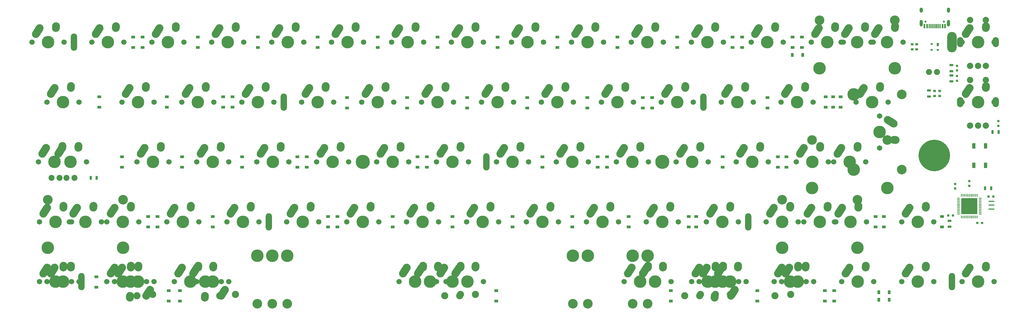
<source format=gbr>
%TF.GenerationSoftware,KiCad,Pcbnew,(5.1.11)-1*%
%TF.CreationDate,2022-11-09T22:12:29+07:00*%
%TF.ProjectId,Leopold Replacement,4c656f70-6f6c-4642-9052-65706c616365,rev?*%
%TF.SameCoordinates,Original*%
%TF.FileFunction,Soldermask,Bot*%
%TF.FilePolarity,Negative*%
%FSLAX46Y46*%
G04 Gerber Fmt 4.6, Leading zero omitted, Abs format (unit mm)*
G04 Created by KiCad (PCBNEW (5.1.11)-1) date 2022-11-09 22:12:29*
%MOMM*%
%LPD*%
G01*
G04 APERTURE LIST*
%ADD10R,0.600000X1.450000*%
%ADD11R,0.300000X1.450000*%
%ADD12C,0.650000*%
%ADD13O,1.000000X2.100000*%
%ADD14O,1.000000X1.600000*%
%ADD15R,0.950000X0.800000*%
%ADD16C,2.250000*%
%ADD17C,3.987800*%
%ADD18C,1.701800*%
%ADD19C,3.048000*%
%ADD20R,1.300000X0.700000*%
%ADD21C,1.905000*%
%ADD22R,1.200000X0.900000*%
%ADD23R,0.900000X1.200000*%
%ADD24C,2.000000*%
%ADD25O,2.000000X3.200000*%
%ADD26R,0.700000X1.300000*%
%ADD27R,0.750000X0.800000*%
%ADD28R,1.900000X0.400000*%
%ADD29C,4.500000*%
%ADD30R,0.700000X0.600000*%
%ADD31R,0.700000X1.000000*%
%ADD32O,2.000000X5.500000*%
%ADD33O,3.000000X6.500000*%
%ADD34C,10.000000*%
%ADD35R,1.100000X1.800000*%
%ADD36R,5.150000X5.150000*%
%ADD37R,0.800000X0.750000*%
G04 APERTURE END LIST*
D10*
%TO.C,USB1*%
X294975000Y-5395000D03*
X288525000Y-5395000D03*
X294200000Y-5395000D03*
X289300000Y-5395000D03*
D11*
X290000000Y-5395000D03*
X293500000Y-5395000D03*
X290500000Y-5395000D03*
X293000000Y-5395000D03*
X291000000Y-5395000D03*
X292500000Y-5395000D03*
X292000000Y-5395000D03*
X291500000Y-5395000D03*
D12*
X294640000Y-3950000D03*
X288860000Y-3950000D03*
D13*
X287430000Y-4480000D03*
X296070000Y-4480000D03*
D14*
X287430000Y-300000D03*
X296070000Y-300000D03*
%TD*%
D15*
%TO.C,R11*%
X286060000Y-12780000D03*
X286060000Y-11130000D03*
%TD*%
%TO.C,R10*%
X284560000Y-11130000D03*
X284560000Y-12780000D03*
%TD*%
D16*
%TO.C,MX95*%
X217214750Y-91045000D03*
X222214750Y-90545000D03*
%TD*%
D17*
%TO.C,MX96*%
X224468250Y-86545000D03*
D18*
X229548250Y-86545000D03*
X219388250Y-86545000D03*
G36*
G01*
X229381951Y-89787810D02*
X228173027Y-91685440D01*
G75*
G02*
X226447163Y-92068054I-1054239J671625D01*
G01*
X226447163Y-92068054D01*
G75*
G02*
X226064549Y-90342190I671625J1054239D01*
G01*
X227273473Y-88444560D01*
G75*
G02*
X228999337Y-88061946I1054239J-671625D01*
G01*
X228999337Y-88061946D01*
G75*
G02*
X229381951Y-89787810I-671625J-1054239D01*
G01*
G37*
G36*
G01*
X223215079Y-91130691D02*
X223175631Y-91709347D01*
G75*
G02*
X221843507Y-92871433I-1247105J85019D01*
G01*
X221843507Y-92871433D01*
G75*
G02*
X220681421Y-91539309I85019J1247105D01*
G01*
X220720869Y-90960653D01*
G75*
G02*
X222052993Y-89798567I1247105J-85019D01*
G01*
X222052993Y-89798567D01*
G75*
G02*
X223215079Y-91130691I-85019J-1247105D01*
G01*
G37*
%TD*%
D17*
%TO.C,MX52*%
X255259000Y-67535000D03*
D18*
X250179000Y-67535000D03*
X260339000Y-67535000D03*
D19*
X243321000Y-60550000D03*
X267197000Y-60550000D03*
D17*
X243321000Y-75790000D03*
X267197000Y-75790000D03*
G36*
G01*
X250345299Y-64292190D02*
X251554223Y-62394560D01*
G75*
G02*
X253280087Y-62011946I1054239J-671625D01*
G01*
X253280087Y-62011946D01*
G75*
G02*
X253662701Y-63737810I-671625J-1054239D01*
G01*
X252453777Y-65635440D01*
G75*
G02*
X250727913Y-66018054I-1054239J671625D01*
G01*
X250727913Y-66018054D01*
G75*
G02*
X250345299Y-64292190I671625J1054239D01*
G01*
G37*
G36*
G01*
X256512171Y-62949309D02*
X256551619Y-62370653D01*
G75*
G02*
X257883743Y-61208567I1247105J-85019D01*
G01*
X257883743Y-61208567D01*
G75*
G02*
X259045829Y-62540691I-85019J-1247105D01*
G01*
X259006381Y-63119347D01*
G75*
G02*
X257674257Y-64281433I-1247105J85019D01*
G01*
X257674257Y-64281433D01*
G75*
G02*
X256512171Y-62949309I85019J1247105D01*
G01*
G37*
%TD*%
%TO.C,MX35*%
X176842500Y-48525000D03*
D18*
X171762500Y-48525000D03*
X181922500Y-48525000D03*
G36*
G01*
X171928799Y-45282190D02*
X173137723Y-43384560D01*
G75*
G02*
X174863587Y-43001946I1054239J-671625D01*
G01*
X174863587Y-43001946D01*
G75*
G02*
X175246201Y-44727810I-671625J-1054239D01*
G01*
X174037277Y-46625440D01*
G75*
G02*
X172311413Y-47008054I-1054239J671625D01*
G01*
X172311413Y-47008054D01*
G75*
G02*
X171928799Y-45282190I671625J1054239D01*
G01*
G37*
G36*
G01*
X178095671Y-43939309D02*
X178135119Y-43360653D01*
G75*
G02*
X179467243Y-42198567I1247105J-85019D01*
G01*
X179467243Y-42198567D01*
G75*
G02*
X180629329Y-43530691I-85019J-1247105D01*
G01*
X180589881Y-44109347D01*
G75*
G02*
X179257757Y-45271433I-1247105J85019D01*
G01*
X179257757Y-45271433D01*
G75*
G02*
X178095671Y-43939309I85019J1247105D01*
G01*
G37*
%TD*%
D15*
%TO.C,R4*%
X291704840Y-25964220D03*
X291704840Y-27614220D03*
%TD*%
%TO.C,R3*%
X293304840Y-25964220D03*
X293304840Y-27614220D03*
%TD*%
D20*
%TO.C,R9*%
X289918892Y-27739220D03*
X289918892Y-25839220D03*
%TD*%
D21*
%TO.C,D72*%
X292472500Y-20010000D03*
X289932500Y-20010000D03*
%TD*%
%TO.C,MX29*%
G36*
G01*
X144828171Y-5919309D02*
X144867619Y-5340653D01*
G75*
G02*
X146199743Y-4178567I1247105J-85019D01*
G01*
X146199743Y-4178567D01*
G75*
G02*
X147361829Y-5510691I-85019J-1247105D01*
G01*
X147322381Y-6089347D01*
G75*
G02*
X145990257Y-7251433I-1247105J85019D01*
G01*
X145990257Y-7251433D01*
G75*
G02*
X144828171Y-5919309I85019J1247105D01*
G01*
G37*
G36*
G01*
X138661299Y-7262190D02*
X139870223Y-5364560D01*
G75*
G02*
X141596087Y-4981946I1054239J-671625D01*
G01*
X141596087Y-4981946D01*
G75*
G02*
X141978701Y-6707810I-671625J-1054239D01*
G01*
X140769777Y-8605440D01*
G75*
G02*
X139043913Y-8988054I-1054239J671625D01*
G01*
X139043913Y-8988054D01*
G75*
G02*
X138661299Y-7262190I671625J1054239D01*
G01*
G37*
D18*
X148655000Y-10505000D03*
X138495000Y-10505000D03*
D17*
X143575000Y-10505000D03*
%TD*%
D22*
%TO.C,D46*%
X238720932Y-28115800D03*
X238720932Y-31415800D03*
%TD*%
%TO.C,D42*%
X202120932Y-28115800D03*
X202120932Y-31415800D03*
%TD*%
%TO.C,D38*%
X199120932Y-28115800D03*
X199120932Y-31415800D03*
%TD*%
%TO.C,D34*%
X181570932Y-28115800D03*
X181570932Y-31415800D03*
%TD*%
%TO.C,D30*%
X162520932Y-28115800D03*
X162520932Y-31415800D03*
%TD*%
%TO.C,D26*%
X143470932Y-28115800D03*
X143470932Y-31415800D03*
%TD*%
%TO.C,D22*%
X124420932Y-28115800D03*
X124420932Y-31415800D03*
%TD*%
%TO.C,D18*%
X105370932Y-28115800D03*
X105370932Y-31415800D03*
%TD*%
%TO.C,D14*%
X69056656Y-27818142D03*
X69056656Y-31118142D03*
%TD*%
%TO.C,D10*%
X66080076Y-27818142D03*
X66080076Y-31118142D03*
%TD*%
%TO.C,D6*%
X48220596Y-27818142D03*
X48220596Y-31118142D03*
%TD*%
%TO.C,D2*%
X26789220Y-27818142D03*
X26789220Y-31118142D03*
%TD*%
%TO.C,D50*%
X257176512Y-27818142D03*
X257176512Y-31118142D03*
%TD*%
%TO.C,D51*%
X244674876Y-46868254D03*
X244674876Y-50168254D03*
%TD*%
D23*
%TO.C,D61*%
X249896772Y-14585242D03*
X246596772Y-14585242D03*
%TD*%
D22*
%TO.C,D62*%
X261939040Y-27818142D03*
X261939040Y-31118142D03*
%TD*%
%TO.C,MX51*%
G36*
G01*
X266017171Y-43939309D02*
X266056619Y-43360653D01*
G75*
G02*
X267388743Y-42198567I1247105J-85019D01*
G01*
X267388743Y-42198567D01*
G75*
G02*
X268550829Y-43530691I-85019J-1247105D01*
G01*
X268511381Y-44109347D01*
G75*
G02*
X267179257Y-45271433I-1247105J85019D01*
G01*
X267179257Y-45271433D01*
G75*
G02*
X266017171Y-43939309I85019J1247105D01*
G01*
G37*
G36*
G01*
X259850299Y-45282190D02*
X261059223Y-43384560D01*
G75*
G02*
X262785087Y-43001946I1054239J-671625D01*
G01*
X262785087Y-43001946D01*
G75*
G02*
X263167701Y-44727810I-671625J-1054239D01*
G01*
X261958777Y-46625440D01*
G75*
G02*
X260232913Y-47008054I-1054239J671625D01*
G01*
X260232913Y-47008054D01*
G75*
G02*
X259850299Y-45282190I671625J1054239D01*
G01*
G37*
D17*
X276702000Y-56780000D03*
X252826000Y-56780000D03*
D19*
X276702000Y-41540000D03*
X252826000Y-41540000D03*
D18*
X269844000Y-48525000D03*
X259684000Y-48525000D03*
D17*
X264764000Y-48525000D03*
%TD*%
D24*
%TO.C,SW3*%
X307960000Y-22515000D03*
X302960000Y-22515000D03*
D25*
X311060000Y-29515000D03*
X299860000Y-29515000D03*
D24*
X307960000Y-37015000D03*
X305460000Y-37015000D03*
X302960000Y-37015000D03*
%TD*%
%TO.C,SW2*%
X302960000Y-18005000D03*
X305460000Y-18005000D03*
X307960000Y-18005000D03*
D25*
X299860000Y-10505000D03*
X311060000Y-10505000D03*
D24*
X302960000Y-3505000D03*
X307960000Y-3505000D03*
%TD*%
D26*
%TO.C,R7*%
X312002610Y-38993198D03*
X310102610Y-38993198D03*
%TD*%
D20*
%TO.C,R2*%
X297062684Y-22976692D03*
X297062684Y-21076692D03*
%TD*%
%TO.C,R1*%
X297062684Y-19702454D03*
X297062684Y-17802454D03*
%TD*%
D27*
%TO.C,C8*%
X311945584Y-35564276D03*
X311945584Y-37064276D03*
%TD*%
%TO.C,C3*%
X298848632Y-21276692D03*
X298848632Y-22776692D03*
%TD*%
%TO.C,C2*%
X298848632Y-18002454D03*
X298848632Y-19502454D03*
%TD*%
%TO.C,C6*%
X302718186Y-54614388D03*
X302718186Y-56114388D03*
%TD*%
D22*
%TO.C,D3*%
X33934244Y-46868254D03*
X33934244Y-50168254D03*
%TD*%
%TO.C,D7*%
X52984244Y-46868254D03*
X52984244Y-50168254D03*
%TD*%
%TO.C,D43*%
X224434244Y-46868254D03*
X224434244Y-50168254D03*
%TD*%
%TO.C,D31*%
X167284244Y-46868254D03*
X167284244Y-50168254D03*
%TD*%
%TO.C,D27*%
X130684244Y-46868254D03*
X130684244Y-50168254D03*
%TD*%
%TO.C,D11*%
X72034244Y-46868254D03*
X72034244Y-50168254D03*
%TD*%
%TO.C,D23*%
X127684244Y-46868254D03*
X127684244Y-50168254D03*
%TD*%
%TO.C,D35*%
X184834244Y-46868254D03*
X184834244Y-50168254D03*
%TD*%
%TO.C,D15*%
X89584244Y-46868254D03*
X89584244Y-50168254D03*
%TD*%
%TO.C,D39*%
X187834244Y-46868254D03*
X187834244Y-50168254D03*
%TD*%
%TO.C,D47*%
X241995954Y-46868254D03*
X241995954Y-50168254D03*
%TD*%
%TO.C,D19*%
X92584244Y-46868254D03*
X92584244Y-50168254D03*
%TD*%
D28*
%TO.C,Y1*%
X309718186Y-61057760D03*
X309718186Y-62257760D03*
X309718186Y-63457760D03*
%TD*%
D17*
%TO.C,MX94*%
X200724750Y-78290000D03*
X86424750Y-78290000D03*
D19*
X86424750Y-93530000D03*
X200724750Y-93530000D03*
G36*
G01*
X144827921Y-81959309D02*
X144867369Y-81380653D01*
G75*
G02*
X146199493Y-80218567I1247105J-85019D01*
G01*
X146199493Y-80218567D01*
G75*
G02*
X147361579Y-81550691I-85019J-1247105D01*
G01*
X147322131Y-82129347D01*
G75*
G02*
X145990007Y-83291433I-1247105J85019D01*
G01*
X145990007Y-83291433D01*
G75*
G02*
X144827921Y-81959309I85019J1247105D01*
G01*
G37*
G36*
G01*
X138661049Y-83302190D02*
X139869973Y-81404560D01*
G75*
G02*
X141595837Y-81021946I1054239J-671625D01*
G01*
X141595837Y-81021946D01*
G75*
G02*
X141978451Y-82747810I-671625J-1054239D01*
G01*
X140769527Y-84645440D01*
G75*
G02*
X139043663Y-85028054I-1054239J671625D01*
G01*
X139043663Y-85028054D01*
G75*
G02*
X138661049Y-83302190I671625J1054239D01*
G01*
G37*
D18*
X148654750Y-86545000D03*
X138494750Y-86545000D03*
D17*
X143574750Y-86545000D03*
%TD*%
D16*
%TO.C,MX92*%
X64934750Y-91045000D03*
X69934750Y-90545000D03*
%TD*%
%TO.C,MX90*%
X38750000Y-91045000D03*
X43750000Y-90545000D03*
%TD*%
%TO.C,MX93*%
G36*
G01*
X61529329Y-91130691D02*
X61489881Y-91709347D01*
G75*
G02*
X60157757Y-92871433I-1247105J85019D01*
G01*
X60157757Y-92871433D01*
G75*
G02*
X58995671Y-91539309I85019J1247105D01*
G01*
X59035119Y-90960653D01*
G75*
G02*
X60367243Y-89798567I1247105J-85019D01*
G01*
X60367243Y-89798567D01*
G75*
G02*
X61529329Y-91130691I-85019J-1247105D01*
G01*
G37*
G36*
G01*
X67696201Y-89787810D02*
X66487277Y-91685440D01*
G75*
G02*
X64761413Y-92068054I-1054239J671625D01*
G01*
X64761413Y-92068054D01*
G75*
G02*
X64378799Y-90342190I671625J1054239D01*
G01*
X65587723Y-88444560D01*
G75*
G02*
X67313587Y-88061946I1054239J-671625D01*
G01*
X67313587Y-88061946D01*
G75*
G02*
X67696201Y-89787810I-671625J-1054239D01*
G01*
G37*
D18*
X57702500Y-86545000D03*
X67862500Y-86545000D03*
D17*
X62782500Y-86545000D03*
%TD*%
%TO.C,MX91*%
X39020000Y-86545000D03*
D18*
X44100000Y-86545000D03*
X33940000Y-86545000D03*
G36*
G01*
X43933701Y-89787810D02*
X42724777Y-91685440D01*
G75*
G02*
X40998913Y-92068054I-1054239J671625D01*
G01*
X40998913Y-92068054D01*
G75*
G02*
X40616299Y-90342190I671625J1054239D01*
G01*
X41825223Y-88444560D01*
G75*
G02*
X43551087Y-88061946I1054239J-671625D01*
G01*
X43551087Y-88061946D01*
G75*
G02*
X43933701Y-89787810I-671625J-1054239D01*
G01*
G37*
G36*
G01*
X37766829Y-91130691D02*
X37727381Y-91709347D01*
G75*
G02*
X36395257Y-92871433I-1247105J85019D01*
G01*
X36395257Y-92871433D01*
G75*
G02*
X35233171Y-91539309I85019J1247105D01*
G01*
X35272619Y-90960653D01*
G75*
G02*
X36604743Y-89798567I1247105J-85019D01*
G01*
X36604743Y-89798567D01*
G75*
G02*
X37766829Y-91130691I-85019J-1247105D01*
G01*
G37*
%TD*%
D22*
%TO.C,D44*%
X213717367Y-65885000D03*
X213717367Y-69185000D03*
%TD*%
%TO.C,D40*%
X194707367Y-65885000D03*
X194707367Y-69185000D03*
%TD*%
%TO.C,MX89*%
G36*
G01*
X244630671Y-62949309D02*
X244670119Y-62370653D01*
G75*
G02*
X246002243Y-61208567I1247105J-85019D01*
G01*
X246002243Y-61208567D01*
G75*
G02*
X247164329Y-62540691I-85019J-1247105D01*
G01*
X247124881Y-63119347D01*
G75*
G02*
X245792757Y-64281433I-1247105J85019D01*
G01*
X245792757Y-64281433D01*
G75*
G02*
X244630671Y-62949309I85019J1247105D01*
G01*
G37*
G36*
G01*
X238463799Y-64292190D02*
X239672723Y-62394560D01*
G75*
G02*
X241398587Y-62011946I1054239J-671625D01*
G01*
X241398587Y-62011946D01*
G75*
G02*
X241781201Y-63737810I-671625J-1054239D01*
G01*
X240572277Y-65635440D01*
G75*
G02*
X238846413Y-66018054I-1054239J671625D01*
G01*
X238846413Y-66018054D01*
G75*
G02*
X238463799Y-64292190I671625J1054239D01*
G01*
G37*
D18*
X248457500Y-67535000D03*
X238297500Y-67535000D03*
D17*
X243377500Y-67535000D03*
%TD*%
%TO.C,MX64*%
X274269000Y-39020000D03*
D18*
X274269000Y-33940000D03*
X274269000Y-44100000D03*
D19*
X281254000Y-27082000D03*
X281254000Y-50958000D03*
D17*
X266014000Y-27082000D03*
X266014000Y-50958000D03*
G36*
G01*
X277511810Y-34106299D02*
X279409440Y-35315223D01*
G75*
G02*
X279792054Y-37041087I-671625J-1054239D01*
G01*
X279792054Y-37041087D01*
G75*
G02*
X278066190Y-37423701I-1054239J671625D01*
G01*
X276168560Y-36214777D01*
G75*
G02*
X275785946Y-34488913I671625J1054239D01*
G01*
X275785946Y-34488913D01*
G75*
G02*
X277511810Y-34106299I1054239J-671625D01*
G01*
G37*
G36*
G01*
X278854691Y-40273171D02*
X279433347Y-40312619D01*
G75*
G02*
X280595433Y-41644743I-85019J-1247105D01*
G01*
X280595433Y-41644743D01*
G75*
G02*
X279263309Y-42806829I-1247105J85019D01*
G01*
X278684653Y-42767381D01*
G75*
G02*
X277522567Y-41435257I85019J1247105D01*
G01*
X277522567Y-41435257D01*
G75*
G02*
X278854691Y-40273171I1247105J-85019D01*
G01*
G37*
%TD*%
%TO.C,MX65*%
G36*
G01*
X254135171Y-43939309D02*
X254174619Y-43360653D01*
G75*
G02*
X255506743Y-42198567I1247105J-85019D01*
G01*
X255506743Y-42198567D01*
G75*
G02*
X256668829Y-43530691I-85019J-1247105D01*
G01*
X256629381Y-44109347D01*
G75*
G02*
X255297257Y-45271433I-1247105J85019D01*
G01*
X255297257Y-45271433D01*
G75*
G02*
X254135171Y-43939309I85019J1247105D01*
G01*
G37*
G36*
G01*
X247968299Y-45282190D02*
X249177223Y-43384560D01*
G75*
G02*
X250903087Y-43001946I1054239J-671625D01*
G01*
X250903087Y-43001946D01*
G75*
G02*
X251285701Y-44727810I-671625J-1054239D01*
G01*
X250076777Y-46625440D01*
G75*
G02*
X248350913Y-47008054I-1054239J671625D01*
G01*
X248350913Y-47008054D01*
G75*
G02*
X247968299Y-45282190I671625J1054239D01*
G01*
G37*
D18*
X257962000Y-48525000D03*
X247802000Y-48525000D03*
D17*
X252882000Y-48525000D03*
%TD*%
D29*
%TO.C,H16*%
X205358000Y-48525000D03*
%TD*%
%TO.C,H15*%
X110308000Y-48525000D03*
%TD*%
D30*
%TO.C,U1*%
X290750000Y-12950000D03*
X292750000Y-12950000D03*
X290750000Y-11050000D03*
D31*
X292750000Y-11250000D03*
%TD*%
D32*
%TO.C,H10*%
X21131200Y-86545000D03*
%TD*%
D33*
%TO.C,J2*%
X297210000Y-10505000D03*
%TD*%
D32*
%TO.C,H14*%
X18755000Y-10504999D03*
%TD*%
%TO.C,H13*%
X232617000Y-67535000D03*
%TD*%
%TO.C,H12*%
X297210000Y-86545000D03*
%TD*%
%TO.C,H11*%
X85290000Y-29515000D03*
%TD*%
%TO.C,H9*%
X218360000Y-29515000D03*
%TD*%
%TO.C,H8*%
X80537500Y-67535000D03*
%TD*%
%TO.C,H7*%
X149582000Y-48525000D03*
%TD*%
D34*
%TO.C,H6*%
X291577000Y-46440000D03*
%TD*%
D21*
%TO.C,D71*%
X14151200Y-53605000D03*
X11611200Y-53605000D03*
%TD*%
D17*
%TO.C,MX87*%
X12553700Y-48525000D03*
D18*
X7473700Y-48525000D03*
X17633700Y-48525000D03*
G36*
G01*
X7639999Y-45282190D02*
X8848923Y-43384560D01*
G75*
G02*
X10574787Y-43001946I1054239J-671625D01*
G01*
X10574787Y-43001946D01*
G75*
G02*
X10957401Y-44727810I-671625J-1054239D01*
G01*
X9748477Y-46625440D01*
G75*
G02*
X8022613Y-47008054I-1054239J671625D01*
G01*
X8022613Y-47008054D01*
G75*
G02*
X7639999Y-45282190I671625J1054239D01*
G01*
G37*
G36*
G01*
X13806871Y-43939309D02*
X13846319Y-43360653D01*
G75*
G02*
X15178443Y-42198567I1247105J-85019D01*
G01*
X15178443Y-42198567D01*
G75*
G02*
X16340529Y-43530691I-85019J-1247105D01*
G01*
X16301081Y-44109347D01*
G75*
G02*
X14968957Y-45271433I-1247105J85019D01*
G01*
X14968957Y-45271433D01*
G75*
G02*
X13806871Y-43939309I85019J1247105D01*
G01*
G37*
%TD*%
%TO.C,MX88*%
G36*
G01*
X16510671Y-81959309D02*
X16550119Y-81380653D01*
G75*
G02*
X17882243Y-80218567I1247105J-85019D01*
G01*
X17882243Y-80218567D01*
G75*
G02*
X19044329Y-81550691I-85019J-1247105D01*
G01*
X19004881Y-82129347D01*
G75*
G02*
X17672757Y-83291433I-1247105J85019D01*
G01*
X17672757Y-83291433D01*
G75*
G02*
X16510671Y-81959309I85019J1247105D01*
G01*
G37*
G36*
G01*
X10343799Y-83302190D02*
X11552723Y-81404560D01*
G75*
G02*
X13278587Y-81021946I1054239J-671625D01*
G01*
X13278587Y-81021946D01*
G75*
G02*
X13661201Y-82747810I-671625J-1054239D01*
G01*
X12452277Y-84645440D01*
G75*
G02*
X10726413Y-85028054I-1054239J671625D01*
G01*
X10726413Y-85028054D01*
G75*
G02*
X10343799Y-83302190I671625J1054239D01*
G01*
G37*
X20337500Y-86545000D03*
X10177500Y-86545000D03*
D17*
X15257500Y-86545000D03*
%TD*%
%TO.C,MX44*%
X205357500Y-67535000D03*
D18*
X200277500Y-67535000D03*
X210437500Y-67535000D03*
G36*
G01*
X200443799Y-64292190D02*
X201652723Y-62394560D01*
G75*
G02*
X203378587Y-62011946I1054239J-671625D01*
G01*
X203378587Y-62011946D01*
G75*
G02*
X203761201Y-63737810I-671625J-1054239D01*
G01*
X202552277Y-65635440D01*
G75*
G02*
X200826413Y-66018054I-1054239J671625D01*
G01*
X200826413Y-66018054D01*
G75*
G02*
X200443799Y-64292190I671625J1054239D01*
G01*
G37*
G36*
G01*
X206610671Y-62949309D02*
X206650119Y-62370653D01*
G75*
G02*
X207982243Y-61208567I1247105J-85019D01*
G01*
X207982243Y-61208567D01*
G75*
G02*
X209144329Y-62540691I-85019J-1247105D01*
G01*
X209104881Y-63119347D01*
G75*
G02*
X207772757Y-64281433I-1247105J85019D01*
G01*
X207772757Y-64281433D01*
G75*
G02*
X206610671Y-62949309I85019J1247105D01*
G01*
G37*
%TD*%
D17*
%TO.C,MX86*%
X195972250Y-78290000D03*
X81672250Y-78290000D03*
D19*
X81672250Y-93530000D03*
X195972250Y-93530000D03*
G36*
G01*
X140075421Y-81959309D02*
X140114869Y-81380653D01*
G75*
G02*
X141446993Y-80218567I1247105J-85019D01*
G01*
X141446993Y-80218567D01*
G75*
G02*
X142609079Y-81550691I-85019J-1247105D01*
G01*
X142569631Y-82129347D01*
G75*
G02*
X141237507Y-83291433I-1247105J85019D01*
G01*
X141237507Y-83291433D01*
G75*
G02*
X140075421Y-81959309I85019J1247105D01*
G01*
G37*
G36*
G01*
X133908549Y-83302190D02*
X135117473Y-81404560D01*
G75*
G02*
X136843337Y-81021946I1054239J-671625D01*
G01*
X136843337Y-81021946D01*
G75*
G02*
X137225951Y-82747810I-671625J-1054239D01*
G01*
X136017027Y-84645440D01*
G75*
G02*
X134291163Y-85028054I-1054239J671625D01*
G01*
X134291163Y-85028054D01*
G75*
G02*
X133908549Y-83302190I671625J1054239D01*
G01*
G37*
D18*
X143902250Y-86545000D03*
X133742250Y-86545000D03*
D17*
X138822250Y-86545000D03*
%TD*%
D16*
%TO.C,MX85*%
X141322250Y-90545000D03*
X136322250Y-91045000D03*
%TD*%
%TO.C,MX73*%
X146074750Y-90545000D03*
X141074750Y-91045000D03*
%TD*%
%TO.C,MX71*%
X217462250Y-90545000D03*
X212462250Y-91045000D03*
%TD*%
%TO.C,MX70*%
X241027750Y-91045000D03*
X246027750Y-90545000D03*
%TD*%
%TO.C,MX69*%
X226967250Y-90545000D03*
X221967250Y-91045000D03*
%TD*%
D17*
%TO.C,MX72*%
X219714750Y-86545000D03*
D18*
X214634750Y-86545000D03*
X224794750Y-86545000D03*
G36*
G01*
X214801049Y-83302190D02*
X216009973Y-81404560D01*
G75*
G02*
X217735837Y-81021946I1054239J-671625D01*
G01*
X217735837Y-81021946D01*
G75*
G02*
X218118451Y-82747810I-671625J-1054239D01*
G01*
X216909527Y-84645440D01*
G75*
G02*
X215183663Y-85028054I-1054239J671625D01*
G01*
X215183663Y-85028054D01*
G75*
G02*
X214801049Y-83302190I671625J1054239D01*
G01*
G37*
G36*
G01*
X220967921Y-81959309D02*
X221007369Y-81380653D01*
G75*
G02*
X222339493Y-80218567I1247105J-85019D01*
G01*
X222339493Y-80218567D01*
G75*
G02*
X223501579Y-81550691I-85019J-1247105D01*
G01*
X223462131Y-82129347D01*
G75*
G02*
X222130007Y-83291433I-1247105J85019D01*
G01*
X222130007Y-83291433D01*
G75*
G02*
X220967921Y-81959309I85019J1247105D01*
G01*
G37*
%TD*%
D17*
%TO.C,MX68*%
X55653700Y-86545000D03*
D18*
X50573700Y-86545000D03*
X60733700Y-86545000D03*
G36*
G01*
X50739999Y-83302190D02*
X51948923Y-81404560D01*
G75*
G02*
X53674787Y-81021946I1054239J-671625D01*
G01*
X53674787Y-81021946D01*
G75*
G02*
X54057401Y-82747810I-671625J-1054239D01*
G01*
X52848477Y-84645440D01*
G75*
G02*
X51122613Y-85028054I-1054239J671625D01*
G01*
X51122613Y-85028054D01*
G75*
G02*
X50739999Y-83302190I671625J1054239D01*
G01*
G37*
G36*
G01*
X56906871Y-81959309D02*
X56946319Y-81380653D01*
G75*
G02*
X58278443Y-80218567I1247105J-85019D01*
G01*
X58278443Y-80218567D01*
G75*
G02*
X59440529Y-81550691I-85019J-1247105D01*
G01*
X59401081Y-82129347D01*
G75*
G02*
X58068957Y-83291433I-1247105J85019D01*
G01*
X58068957Y-83291433D01*
G75*
G02*
X56906871Y-81959309I85019J1247105D01*
G01*
G37*
%TD*%
%TO.C,MX67*%
G36*
G01*
X35520671Y-81959309D02*
X35560119Y-81380653D01*
G75*
G02*
X36892243Y-80218567I1247105J-85019D01*
G01*
X36892243Y-80218567D01*
G75*
G02*
X38054329Y-81550691I-85019J-1247105D01*
G01*
X38014881Y-82129347D01*
G75*
G02*
X36682757Y-83291433I-1247105J85019D01*
G01*
X36682757Y-83291433D01*
G75*
G02*
X35520671Y-81959309I85019J1247105D01*
G01*
G37*
G36*
G01*
X29353799Y-83302190D02*
X30562723Y-81404560D01*
G75*
G02*
X32288587Y-81021946I1054239J-671625D01*
G01*
X32288587Y-81021946D01*
G75*
G02*
X32671201Y-82747810I-671625J-1054239D01*
G01*
X31462277Y-84645440D01*
G75*
G02*
X29736413Y-85028054I-1054239J671625D01*
G01*
X29736413Y-85028054D01*
G75*
G02*
X29353799Y-83302190I671625J1054239D01*
G01*
G37*
X39347500Y-86545000D03*
X29187500Y-86545000D03*
D17*
X34267500Y-86545000D03*
%TD*%
%TO.C,MX66*%
G36*
G01*
X61659371Y-81959309D02*
X61698819Y-81380653D01*
G75*
G02*
X63030943Y-80218567I1247105J-85019D01*
G01*
X63030943Y-80218567D01*
G75*
G02*
X64193029Y-81550691I-85019J-1247105D01*
G01*
X64153581Y-82129347D01*
G75*
G02*
X62821457Y-83291433I-1247105J85019D01*
G01*
X62821457Y-83291433D01*
G75*
G02*
X61659371Y-81959309I85019J1247105D01*
G01*
G37*
G36*
G01*
X55492499Y-83302190D02*
X56701423Y-81404560D01*
G75*
G02*
X58427287Y-81021946I1054239J-671625D01*
G01*
X58427287Y-81021946D01*
G75*
G02*
X58809901Y-82747810I-671625J-1054239D01*
G01*
X57600977Y-84645440D01*
G75*
G02*
X55875113Y-85028054I-1054239J671625D01*
G01*
X55875113Y-85028054D01*
G75*
G02*
X55492499Y-83302190I671625J1054239D01*
G01*
G37*
D18*
X65486200Y-86545000D03*
X55326200Y-86545000D03*
D17*
X60406200Y-86545000D03*
%TD*%
%TO.C,MX59*%
X36643750Y-86545000D03*
D18*
X31563750Y-86545000D03*
X41723750Y-86545000D03*
G36*
G01*
X31730049Y-83302190D02*
X32938973Y-81404560D01*
G75*
G02*
X34664837Y-81021946I1054239J-671625D01*
G01*
X34664837Y-81021946D01*
G75*
G02*
X35047451Y-82747810I-671625J-1054239D01*
G01*
X33838527Y-84645440D01*
G75*
G02*
X32112663Y-85028054I-1054239J671625D01*
G01*
X32112663Y-85028054D01*
G75*
G02*
X31730049Y-83302190I671625J1054239D01*
G01*
G37*
G36*
G01*
X37896921Y-81959309D02*
X37936369Y-81380653D01*
G75*
G02*
X39268493Y-80218567I1247105J-85019D01*
G01*
X39268493Y-80218567D01*
G75*
G02*
X40430579Y-81550691I-85019J-1247105D01*
G01*
X40391131Y-82129347D01*
G75*
G02*
X39059007Y-83291433I-1247105J85019D01*
G01*
X39059007Y-83291433D01*
G75*
G02*
X37896921Y-81959309I85019J1247105D01*
G01*
G37*
%TD*%
D17*
%TO.C,MX55*%
X12881200Y-86545000D03*
D18*
X7801200Y-86545000D03*
X17961200Y-86545000D03*
G36*
G01*
X7967499Y-83302190D02*
X9176423Y-81404560D01*
G75*
G02*
X10902287Y-81021946I1054239J-671625D01*
G01*
X10902287Y-81021946D01*
G75*
G02*
X11284901Y-82747810I-671625J-1054239D01*
G01*
X10075977Y-84645440D01*
G75*
G02*
X8350113Y-85028054I-1054239J671625D01*
G01*
X8350113Y-85028054D01*
G75*
G02*
X7967499Y-83302190I671625J1054239D01*
G01*
G37*
G36*
G01*
X14134371Y-81959309D02*
X14173819Y-81380653D01*
G75*
G02*
X15505943Y-80218567I1247105J-85019D01*
G01*
X15505943Y-80218567D01*
G75*
G02*
X16668029Y-81550691I-85019J-1247105D01*
G01*
X16628581Y-82129347D01*
G75*
G02*
X15296457Y-83291433I-1247105J85019D01*
G01*
X15296457Y-83291433D01*
G75*
G02*
X14134371Y-81959309I85019J1247105D01*
G01*
G37*
%TD*%
D17*
%TO.C,MX83*%
X126941000Y-86545000D03*
D18*
X121861000Y-86545000D03*
X132021000Y-86545000D03*
D19*
X176979000Y-93530000D03*
X76903000Y-93530000D03*
D17*
X176979000Y-78290000D03*
X76903000Y-78290000D03*
G36*
G01*
X122027299Y-83302190D02*
X123236223Y-81404560D01*
G75*
G02*
X124962087Y-81021946I1054239J-671625D01*
G01*
X124962087Y-81021946D01*
G75*
G02*
X125344701Y-82747810I-671625J-1054239D01*
G01*
X124135777Y-84645440D01*
G75*
G02*
X122409913Y-85028054I-1054239J671625D01*
G01*
X122409913Y-85028054D01*
G75*
G02*
X122027299Y-83302190I671625J1054239D01*
G01*
G37*
G36*
G01*
X128194171Y-81959309D02*
X128233619Y-81380653D01*
G75*
G02*
X129565743Y-80218567I1247105J-85019D01*
G01*
X129565743Y-80218567D01*
G75*
G02*
X130727829Y-81550691I-85019J-1247105D01*
G01*
X130688381Y-82129347D01*
G75*
G02*
X129356257Y-83291433I-1247105J85019D01*
G01*
X129356257Y-83291433D01*
G75*
G02*
X128194171Y-81959309I85019J1247105D01*
G01*
G37*
%TD*%
%TO.C,MX82*%
X131693500Y-86545000D03*
D18*
X126613500Y-86545000D03*
X136773500Y-86545000D03*
D19*
X181731500Y-93530000D03*
X81655500Y-93530000D03*
D17*
X181731500Y-78290000D03*
X81655500Y-78290000D03*
G36*
G01*
X126779799Y-83302190D02*
X127988723Y-81404560D01*
G75*
G02*
X129714587Y-81021946I1054239J-671625D01*
G01*
X129714587Y-81021946D01*
G75*
G02*
X130097201Y-82747810I-671625J-1054239D01*
G01*
X128888277Y-84645440D01*
G75*
G02*
X127162413Y-85028054I-1054239J671625D01*
G01*
X127162413Y-85028054D01*
G75*
G02*
X126779799Y-83302190I671625J1054239D01*
G01*
G37*
G36*
G01*
X132946671Y-81959309D02*
X132986119Y-81380653D01*
G75*
G02*
X134318243Y-80218567I1247105J-85019D01*
G01*
X134318243Y-80218567D01*
G75*
G02*
X135480329Y-81550691I-85019J-1247105D01*
G01*
X135440881Y-82129347D01*
G75*
G02*
X134108757Y-83291433I-1247105J85019D01*
G01*
X134108757Y-83291433D01*
G75*
G02*
X132946671Y-81959309I85019J1247105D01*
G01*
G37*
%TD*%
D22*
%TO.C,D70*%
X152698554Y-89433348D03*
X152698554Y-92733348D03*
%TD*%
%TO.C,MX77*%
G36*
G01*
X199532171Y-81959309D02*
X199571619Y-81380653D01*
G75*
G02*
X200903743Y-80218567I1247105J-85019D01*
G01*
X200903743Y-80218567D01*
G75*
G02*
X202065829Y-81550691I-85019J-1247105D01*
G01*
X202026381Y-82129347D01*
G75*
G02*
X200694257Y-83291433I-1247105J85019D01*
G01*
X200694257Y-83291433D01*
G75*
G02*
X199532171Y-81959309I85019J1247105D01*
G01*
G37*
G36*
G01*
X193365299Y-83302190D02*
X194574223Y-81404560D01*
G75*
G02*
X196300087Y-81021946I1054239J-671625D01*
G01*
X196300087Y-81021946D01*
G75*
G02*
X196682701Y-82747810I-671625J-1054239D01*
G01*
X195473777Y-84645440D01*
G75*
G02*
X193747913Y-85028054I-1054239J671625D01*
G01*
X193747913Y-85028054D01*
G75*
G02*
X193365299Y-83302190I671625J1054239D01*
G01*
G37*
D18*
X203359000Y-86545000D03*
X193199000Y-86545000D03*
D17*
X198279000Y-86545000D03*
%TD*%
%TO.C,MX78*%
G36*
G01*
X223344171Y-81959309D02*
X223383619Y-81380653D01*
G75*
G02*
X224715743Y-80218567I1247105J-85019D01*
G01*
X224715743Y-80218567D01*
G75*
G02*
X225877829Y-81550691I-85019J-1247105D01*
G01*
X225838381Y-82129347D01*
G75*
G02*
X224506257Y-83291433I-1247105J85019D01*
G01*
X224506257Y-83291433D01*
G75*
G02*
X223344171Y-81959309I85019J1247105D01*
G01*
G37*
G36*
G01*
X217177299Y-83302190D02*
X218386223Y-81404560D01*
G75*
G02*
X220112087Y-81021946I1054239J-671625D01*
G01*
X220112087Y-81021946D01*
G75*
G02*
X220494701Y-82747810I-671625J-1054239D01*
G01*
X219285777Y-84645440D01*
G75*
G02*
X217559913Y-85028054I-1054239J671625D01*
G01*
X217559913Y-85028054D01*
G75*
G02*
X217177299Y-83302190I671625J1054239D01*
G01*
G37*
D18*
X227171000Y-86545000D03*
X217011000Y-86545000D03*
D17*
X222091000Y-86545000D03*
%TD*%
%TO.C,MX81*%
G36*
G01*
X249533421Y-81959309D02*
X249572869Y-81380653D01*
G75*
G02*
X250904993Y-80218567I1247105J-85019D01*
G01*
X250904993Y-80218567D01*
G75*
G02*
X252067079Y-81550691I-85019J-1247105D01*
G01*
X252027631Y-82129347D01*
G75*
G02*
X250695507Y-83291433I-1247105J85019D01*
G01*
X250695507Y-83291433D01*
G75*
G02*
X249533421Y-81959309I85019J1247105D01*
G01*
G37*
G36*
G01*
X243366549Y-83302190D02*
X244575473Y-81404560D01*
G75*
G02*
X246301337Y-81021946I1054239J-671625D01*
G01*
X246301337Y-81021946D01*
G75*
G02*
X246683951Y-82747810I-671625J-1054239D01*
G01*
X245475027Y-84645440D01*
G75*
G02*
X243749163Y-85028054I-1054239J671625D01*
G01*
X243749163Y-85028054D01*
G75*
G02*
X243366549Y-83302190I671625J1054239D01*
G01*
G37*
D18*
X253360250Y-86545000D03*
X243200250Y-86545000D03*
D17*
X248280250Y-86545000D03*
%TD*%
%TO.C,MX80*%
X226843500Y-86545000D03*
D18*
X221763500Y-86545000D03*
X231923500Y-86545000D03*
G36*
G01*
X221929799Y-83302190D02*
X223138723Y-81404560D01*
G75*
G02*
X224864587Y-81021946I1054239J-671625D01*
G01*
X224864587Y-81021946D01*
G75*
G02*
X225247201Y-82747810I-671625J-1054239D01*
G01*
X224038277Y-84645440D01*
G75*
G02*
X222312413Y-85028054I-1054239J671625D01*
G01*
X222312413Y-85028054D01*
G75*
G02*
X221929799Y-83302190I671625J1054239D01*
G01*
G37*
G36*
G01*
X228096671Y-81959309D02*
X228136119Y-81380653D01*
G75*
G02*
X229468243Y-80218567I1247105J-85019D01*
G01*
X229468243Y-80218567D01*
G75*
G02*
X230630329Y-81550691I-85019J-1247105D01*
G01*
X230590881Y-82129347D01*
G75*
G02*
X229258757Y-83291433I-1247105J85019D01*
G01*
X229258757Y-83291433D01*
G75*
G02*
X228096671Y-81959309I85019J1247105D01*
G01*
G37*
%TD*%
%TO.C,MX79*%
G36*
G01*
X204284671Y-81959309D02*
X204324119Y-81380653D01*
G75*
G02*
X205656243Y-80218567I1247105J-85019D01*
G01*
X205656243Y-80218567D01*
G75*
G02*
X206818329Y-81550691I-85019J-1247105D01*
G01*
X206778881Y-82129347D01*
G75*
G02*
X205446757Y-83291433I-1247105J85019D01*
G01*
X205446757Y-83291433D01*
G75*
G02*
X204284671Y-81959309I85019J1247105D01*
G01*
G37*
G36*
G01*
X198117799Y-83302190D02*
X199326723Y-81404560D01*
G75*
G02*
X201052587Y-81021946I1054239J-671625D01*
G01*
X201052587Y-81021946D01*
G75*
G02*
X201435201Y-82747810I-671625J-1054239D01*
G01*
X200226277Y-84645440D01*
G75*
G02*
X198500413Y-85028054I-1054239J671625D01*
G01*
X198500413Y-85028054D01*
G75*
G02*
X198117799Y-83302190I671625J1054239D01*
G01*
G37*
X208111500Y-86545000D03*
X197951500Y-86545000D03*
D17*
X203031500Y-86545000D03*
%TD*%
%TO.C,MX84*%
X245904000Y-86545000D03*
D18*
X240824000Y-86545000D03*
X250984000Y-86545000D03*
G36*
G01*
X240990299Y-83302190D02*
X242199223Y-81404560D01*
G75*
G02*
X243925087Y-81021946I1054239J-671625D01*
G01*
X243925087Y-81021946D01*
G75*
G02*
X244307701Y-82747810I-671625J-1054239D01*
G01*
X243098777Y-84645440D01*
G75*
G02*
X241372913Y-85028054I-1054239J671625D01*
G01*
X241372913Y-85028054D01*
G75*
G02*
X240990299Y-83302190I671625J1054239D01*
G01*
G37*
G36*
G01*
X247157171Y-81959309D02*
X247196619Y-81380653D01*
G75*
G02*
X248528743Y-80218567I1247105J-85019D01*
G01*
X248528743Y-80218567D01*
G75*
G02*
X249690829Y-81550691I-85019J-1247105D01*
G01*
X249651381Y-82129347D01*
G75*
G02*
X248319257Y-83291433I-1247105J85019D01*
G01*
X248319257Y-83291433D01*
G75*
G02*
X247157171Y-81959309I85019J1247105D01*
G01*
G37*
%TD*%
D22*
%TO.C,D69*%
X256878854Y-89433348D03*
X256878854Y-92733348D03*
%TD*%
%TO.C,D68*%
X235447478Y-89433348D03*
X235447478Y-92733348D03*
%TD*%
%TO.C,D67*%
X208062942Y-89433348D03*
X208062942Y-92733348D03*
%TD*%
D17*
%TO.C,MX76*%
X305460000Y-86545000D03*
D18*
X300380000Y-86545000D03*
X310540000Y-86545000D03*
G36*
G01*
X300546299Y-83302190D02*
X301755223Y-81404560D01*
G75*
G02*
X303481087Y-81021946I1054239J-671625D01*
G01*
X303481087Y-81021946D01*
G75*
G02*
X303863701Y-82747810I-671625J-1054239D01*
G01*
X302654777Y-84645440D01*
G75*
G02*
X300928913Y-85028054I-1054239J671625D01*
G01*
X300928913Y-85028054D01*
G75*
G02*
X300546299Y-83302190I671625J1054239D01*
G01*
G37*
G36*
G01*
X306713171Y-81959309D02*
X306752619Y-81380653D01*
G75*
G02*
X308084743Y-80218567I1247105J-85019D01*
G01*
X308084743Y-80218567D01*
G75*
G02*
X309246829Y-81550691I-85019J-1247105D01*
G01*
X309207381Y-82129347D01*
G75*
G02*
X307875257Y-83291433I-1247105J85019D01*
G01*
X307875257Y-83291433D01*
G75*
G02*
X306713171Y-81959309I85019J1247105D01*
G01*
G37*
%TD*%
D17*
%TO.C,MX75*%
X286400000Y-86545000D03*
D18*
X281320000Y-86545000D03*
X291480000Y-86545000D03*
G36*
G01*
X281486299Y-83302190D02*
X282695223Y-81404560D01*
G75*
G02*
X284421087Y-81021946I1054239J-671625D01*
G01*
X284421087Y-81021946D01*
G75*
G02*
X284803701Y-82747810I-671625J-1054239D01*
G01*
X283594777Y-84645440D01*
G75*
G02*
X281868913Y-85028054I-1054239J671625D01*
G01*
X281868913Y-85028054D01*
G75*
G02*
X281486299Y-83302190I671625J1054239D01*
G01*
G37*
G36*
G01*
X287653171Y-81959309D02*
X287692619Y-81380653D01*
G75*
G02*
X289024743Y-80218567I1247105J-85019D01*
G01*
X289024743Y-80218567D01*
G75*
G02*
X290186829Y-81550691I-85019J-1247105D01*
G01*
X290147381Y-82129347D01*
G75*
G02*
X288815257Y-83291433I-1247105J85019D01*
G01*
X288815257Y-83291433D01*
G75*
G02*
X287653171Y-81959309I85019J1247105D01*
G01*
G37*
%TD*%
D17*
%TO.C,MX74*%
X267339999Y-86545000D03*
D18*
X262259999Y-86545000D03*
X272419999Y-86545000D03*
G36*
G01*
X262426298Y-83302190D02*
X263635222Y-81404560D01*
G75*
G02*
X265361086Y-81021946I1054239J-671625D01*
G01*
X265361086Y-81021946D01*
G75*
G02*
X265743700Y-82747810I-671625J-1054239D01*
G01*
X264534776Y-84645440D01*
G75*
G02*
X262808912Y-85028054I-1054239J671625D01*
G01*
X262808912Y-85028054D01*
G75*
G02*
X262426298Y-83302190I671625J1054239D01*
G01*
G37*
G36*
G01*
X268593170Y-81959309D02*
X268632618Y-81380653D01*
G75*
G02*
X269964742Y-80218567I1247105J-85019D01*
G01*
X269964742Y-80218567D01*
G75*
G02*
X271126828Y-81550691I-85019J-1247105D01*
G01*
X271087380Y-82129347D01*
G75*
G02*
X269755256Y-83291433I-1247105J85019D01*
G01*
X269755256Y-83291433D01*
G75*
G02*
X268593170Y-81959309I85019J1247105D01*
G01*
G37*
%TD*%
D23*
%TO.C,D66*%
X277281308Y-92273980D03*
X273981308Y-92273980D03*
%TD*%
%TO.C,D65*%
X277281308Y-89892716D03*
X273981308Y-89892716D03*
%TD*%
D22*
%TO.C,D64*%
X259855434Y-89433348D03*
X259855434Y-92733348D03*
%TD*%
%TO.C,D63*%
X52387808Y-89433348D03*
X52387808Y-92733348D03*
%TD*%
%TO.C,D60*%
X48815912Y-89433348D03*
X48815912Y-92733348D03*
%TD*%
%TO.C,D59*%
X25844500Y-84968478D03*
X25844500Y-88268478D03*
%TD*%
D35*
%TO.C,SW1*%
X304150000Y-49600000D03*
X307850000Y-43400000D03*
X307850000Y-49600000D03*
X304150000Y-43400000D03*
%TD*%
D22*
%TO.C,D24*%
X119812500Y-65885000D03*
X119812500Y-69185000D03*
%TD*%
%TO.C,D20*%
X99302500Y-65885000D03*
X99302500Y-69185000D03*
%TD*%
%TO.C,D28*%
X138822500Y-65885000D03*
X138822500Y-69185000D03*
%TD*%
%TO.C,D12*%
X62782500Y-65885000D03*
X62782500Y-69185000D03*
%TD*%
%TO.C,D16*%
X102302500Y-65885000D03*
X102302500Y-69185000D03*
%TD*%
%TO.C,D4*%
X45272500Y-65885000D03*
X45272500Y-69185000D03*
%TD*%
%TO.C,D8*%
X42272500Y-65885000D03*
X42272500Y-69185000D03*
%TD*%
%TO.C,D36*%
X176842500Y-65885000D03*
X176842500Y-69185000D03*
%TD*%
%TO.C,D32*%
X157832500Y-65885000D03*
X157832500Y-69185000D03*
%TD*%
%TO.C,D58*%
X273018750Y-69185000D03*
X273018750Y-65885000D03*
%TD*%
%TO.C,D52*%
X275629919Y-65885000D03*
X275629919Y-69185000D03*
%TD*%
%TO.C,D48*%
X216098619Y-65885000D03*
X216098619Y-69185000D03*
%TD*%
%TO.C,D56*%
X294084622Y-69185000D03*
X294084622Y-65885000D03*
%TD*%
%TO.C,D54*%
X259557776Y-27818142D03*
X259557776Y-31118142D03*
%TD*%
%TO.C,MX49*%
G36*
G01*
X239878171Y-5919309D02*
X239917619Y-5340653D01*
G75*
G02*
X241249743Y-4178567I1247105J-85019D01*
G01*
X241249743Y-4178567D01*
G75*
G02*
X242411829Y-5510691I-85019J-1247105D01*
G01*
X242372381Y-6089347D01*
G75*
G02*
X241040257Y-7251433I-1247105J85019D01*
G01*
X241040257Y-7251433D01*
G75*
G02*
X239878171Y-5919309I85019J1247105D01*
G01*
G37*
G36*
G01*
X233711299Y-7262190D02*
X234920223Y-5364560D01*
G75*
G02*
X236646087Y-4981946I1054239J-671625D01*
G01*
X236646087Y-4981946D01*
G75*
G02*
X237028701Y-6707810I-671625J-1054239D01*
G01*
X235819777Y-8605440D01*
G75*
G02*
X234093913Y-8988054I-1054239J671625D01*
G01*
X234093913Y-8988054D01*
G75*
G02*
X233711299Y-7262190I671625J1054239D01*
G01*
G37*
D18*
X243705000Y-10505000D03*
X233545000Y-10505000D03*
D17*
X238625000Y-10505000D03*
%TD*%
%TO.C,MX50*%
X248130000Y-29515000D03*
D18*
X243050000Y-29515000D03*
X253210000Y-29515000D03*
G36*
G01*
X243216299Y-26272190D02*
X244425223Y-24374560D01*
G75*
G02*
X246151087Y-23991946I1054239J-671625D01*
G01*
X246151087Y-23991946D01*
G75*
G02*
X246533701Y-25717810I-671625J-1054239D01*
G01*
X245324777Y-27615440D01*
G75*
G02*
X243598913Y-27998054I-1054239J671625D01*
G01*
X243598913Y-27998054D01*
G75*
G02*
X243216299Y-26272190I671625J1054239D01*
G01*
G37*
G36*
G01*
X249383171Y-24929309D02*
X249422619Y-24350653D01*
G75*
G02*
X250754743Y-23188567I1247105J-85019D01*
G01*
X250754743Y-23188567D01*
G75*
G02*
X251916829Y-24520691I-85019J-1247105D01*
G01*
X251877381Y-25099347D01*
G75*
G02*
X250545257Y-26261433I-1247105J85019D01*
G01*
X250545257Y-26261433D01*
G75*
G02*
X249383171Y-24929309I85019J1247105D01*
G01*
G37*
%TD*%
D17*
%TO.C,MX62*%
X305460000Y-29515000D03*
D18*
X300380000Y-29515000D03*
X310540000Y-29515000D03*
G36*
G01*
X300546299Y-26272190D02*
X301755223Y-24374560D01*
G75*
G02*
X303481087Y-23991946I1054239J-671625D01*
G01*
X303481087Y-23991946D01*
G75*
G02*
X303863701Y-25717810I-671625J-1054239D01*
G01*
X302654777Y-27615440D01*
G75*
G02*
X300928913Y-27998054I-1054239J671625D01*
G01*
X300928913Y-27998054D01*
G75*
G02*
X300546299Y-26272190I671625J1054239D01*
G01*
G37*
G36*
G01*
X306713171Y-24929309D02*
X306752619Y-24350653D01*
G75*
G02*
X308084743Y-23188567I1247105J-85019D01*
G01*
X308084743Y-23188567D01*
G75*
G02*
X309246829Y-24520691I-85019J-1247105D01*
G01*
X309207381Y-25099347D01*
G75*
G02*
X307875257Y-26261433I-1247105J85019D01*
G01*
X307875257Y-26261433D01*
G75*
G02*
X306713171Y-24929309I85019J1247105D01*
G01*
G37*
%TD*%
D21*
%TO.C,D55*%
X18903700Y-53605000D03*
X16363700Y-53605000D03*
%TD*%
D26*
%TO.C,R8*%
X24053272Y-53578440D03*
X25953272Y-53578440D03*
%TD*%
D17*
%TO.C,MX54*%
X271892000Y-29515000D03*
D18*
X266812000Y-29515000D03*
X276972000Y-29515000D03*
G36*
G01*
X266978299Y-26272190D02*
X268187223Y-24374560D01*
G75*
G02*
X269913087Y-23991946I1054239J-671625D01*
G01*
X269913087Y-23991946D01*
G75*
G02*
X270295701Y-25717810I-671625J-1054239D01*
G01*
X269086777Y-27615440D01*
G75*
G02*
X267360913Y-27998054I-1054239J671625D01*
G01*
X267360913Y-27998054D01*
G75*
G02*
X266978299Y-26272190I671625J1054239D01*
G01*
G37*
G36*
G01*
X273145171Y-24929309D02*
X273184619Y-24350653D01*
G75*
G02*
X274516743Y-23188567I1247105J-85019D01*
G01*
X274516743Y-23188567D01*
G75*
G02*
X275678829Y-24520691I-85019J-1247105D01*
G01*
X275639381Y-25099347D01*
G75*
G02*
X274307257Y-26261433I-1247105J85019D01*
G01*
X274307257Y-26261433D01*
G75*
G02*
X273145171Y-24929309I85019J1247105D01*
G01*
G37*
%TD*%
%TO.C,MX63*%
G36*
G01*
X268393171Y-5919309D02*
X268432619Y-5340653D01*
G75*
G02*
X269764743Y-4178567I1247105J-85019D01*
G01*
X269764743Y-4178567D01*
G75*
G02*
X270926829Y-5510691I-85019J-1247105D01*
G01*
X270887381Y-6089347D01*
G75*
G02*
X269555257Y-7251433I-1247105J85019D01*
G01*
X269555257Y-7251433D01*
G75*
G02*
X268393171Y-5919309I85019J1247105D01*
G01*
G37*
G36*
G01*
X262226299Y-7262190D02*
X263435223Y-5364560D01*
G75*
G02*
X265161087Y-4981946I1054239J-671625D01*
G01*
X265161087Y-4981946D01*
G75*
G02*
X265543701Y-6707810I-671625J-1054239D01*
G01*
X264334777Y-8605440D01*
G75*
G02*
X262608913Y-8988054I-1054239J671625D01*
G01*
X262608913Y-8988054D01*
G75*
G02*
X262226299Y-7262190I671625J1054239D01*
G01*
G37*
D17*
X279078000Y-18760000D03*
X255202000Y-18760000D03*
D19*
X279078000Y-3520000D03*
X255202000Y-3520000D03*
D18*
X272220000Y-10505000D03*
X262060000Y-10505000D03*
D17*
X267140000Y-10505000D03*
%TD*%
%TO.C,U2*%
G36*
G01*
X300155686Y-58682760D02*
X300280686Y-58682760D01*
G75*
G02*
X300343186Y-58745260I0J-62500D01*
G01*
X300343186Y-59495260D01*
G75*
G02*
X300280686Y-59557760I-62500J0D01*
G01*
X300155686Y-59557760D01*
G75*
G02*
X300093186Y-59495260I0J62500D01*
G01*
X300093186Y-58745260D01*
G75*
G02*
X300155686Y-58682760I62500J0D01*
G01*
G37*
G36*
G01*
X300655686Y-58682760D02*
X300780686Y-58682760D01*
G75*
G02*
X300843186Y-58745260I0J-62500D01*
G01*
X300843186Y-59495260D01*
G75*
G02*
X300780686Y-59557760I-62500J0D01*
G01*
X300655686Y-59557760D01*
G75*
G02*
X300593186Y-59495260I0J62500D01*
G01*
X300593186Y-58745260D01*
G75*
G02*
X300655686Y-58682760I62500J0D01*
G01*
G37*
G36*
G01*
X301155686Y-58682760D02*
X301280686Y-58682760D01*
G75*
G02*
X301343186Y-58745260I0J-62500D01*
G01*
X301343186Y-59495260D01*
G75*
G02*
X301280686Y-59557760I-62500J0D01*
G01*
X301155686Y-59557760D01*
G75*
G02*
X301093186Y-59495260I0J62500D01*
G01*
X301093186Y-58745260D01*
G75*
G02*
X301155686Y-58682760I62500J0D01*
G01*
G37*
G36*
G01*
X301655686Y-58682760D02*
X301780686Y-58682760D01*
G75*
G02*
X301843186Y-58745260I0J-62500D01*
G01*
X301843186Y-59495260D01*
G75*
G02*
X301780686Y-59557760I-62500J0D01*
G01*
X301655686Y-59557760D01*
G75*
G02*
X301593186Y-59495260I0J62500D01*
G01*
X301593186Y-58745260D01*
G75*
G02*
X301655686Y-58682760I62500J0D01*
G01*
G37*
G36*
G01*
X302155686Y-58682760D02*
X302280686Y-58682760D01*
G75*
G02*
X302343186Y-58745260I0J-62500D01*
G01*
X302343186Y-59495260D01*
G75*
G02*
X302280686Y-59557760I-62500J0D01*
G01*
X302155686Y-59557760D01*
G75*
G02*
X302093186Y-59495260I0J62500D01*
G01*
X302093186Y-58745260D01*
G75*
G02*
X302155686Y-58682760I62500J0D01*
G01*
G37*
G36*
G01*
X302655686Y-58682760D02*
X302780686Y-58682760D01*
G75*
G02*
X302843186Y-58745260I0J-62500D01*
G01*
X302843186Y-59495260D01*
G75*
G02*
X302780686Y-59557760I-62500J0D01*
G01*
X302655686Y-59557760D01*
G75*
G02*
X302593186Y-59495260I0J62500D01*
G01*
X302593186Y-58745260D01*
G75*
G02*
X302655686Y-58682760I62500J0D01*
G01*
G37*
G36*
G01*
X303155686Y-58682760D02*
X303280686Y-58682760D01*
G75*
G02*
X303343186Y-58745260I0J-62500D01*
G01*
X303343186Y-59495260D01*
G75*
G02*
X303280686Y-59557760I-62500J0D01*
G01*
X303155686Y-59557760D01*
G75*
G02*
X303093186Y-59495260I0J62500D01*
G01*
X303093186Y-58745260D01*
G75*
G02*
X303155686Y-58682760I62500J0D01*
G01*
G37*
G36*
G01*
X303655686Y-58682760D02*
X303780686Y-58682760D01*
G75*
G02*
X303843186Y-58745260I0J-62500D01*
G01*
X303843186Y-59495260D01*
G75*
G02*
X303780686Y-59557760I-62500J0D01*
G01*
X303655686Y-59557760D01*
G75*
G02*
X303593186Y-59495260I0J62500D01*
G01*
X303593186Y-58745260D01*
G75*
G02*
X303655686Y-58682760I62500J0D01*
G01*
G37*
G36*
G01*
X304155686Y-58682760D02*
X304280686Y-58682760D01*
G75*
G02*
X304343186Y-58745260I0J-62500D01*
G01*
X304343186Y-59495260D01*
G75*
G02*
X304280686Y-59557760I-62500J0D01*
G01*
X304155686Y-59557760D01*
G75*
G02*
X304093186Y-59495260I0J62500D01*
G01*
X304093186Y-58745260D01*
G75*
G02*
X304155686Y-58682760I62500J0D01*
G01*
G37*
G36*
G01*
X304655686Y-58682760D02*
X304780686Y-58682760D01*
G75*
G02*
X304843186Y-58745260I0J-62500D01*
G01*
X304843186Y-59495260D01*
G75*
G02*
X304780686Y-59557760I-62500J0D01*
G01*
X304655686Y-59557760D01*
G75*
G02*
X304593186Y-59495260I0J62500D01*
G01*
X304593186Y-58745260D01*
G75*
G02*
X304655686Y-58682760I62500J0D01*
G01*
G37*
G36*
G01*
X305155686Y-58682760D02*
X305280686Y-58682760D01*
G75*
G02*
X305343186Y-58745260I0J-62500D01*
G01*
X305343186Y-59495260D01*
G75*
G02*
X305280686Y-59557760I-62500J0D01*
G01*
X305155686Y-59557760D01*
G75*
G02*
X305093186Y-59495260I0J62500D01*
G01*
X305093186Y-58745260D01*
G75*
G02*
X305155686Y-58682760I62500J0D01*
G01*
G37*
G36*
G01*
X305780686Y-59932760D02*
X306530686Y-59932760D01*
G75*
G02*
X306593186Y-59995260I0J-62500D01*
G01*
X306593186Y-60120260D01*
G75*
G02*
X306530686Y-60182760I-62500J0D01*
G01*
X305780686Y-60182760D01*
G75*
G02*
X305718186Y-60120260I0J62500D01*
G01*
X305718186Y-59995260D01*
G75*
G02*
X305780686Y-59932760I62500J0D01*
G01*
G37*
G36*
G01*
X305780686Y-60432760D02*
X306530686Y-60432760D01*
G75*
G02*
X306593186Y-60495260I0J-62500D01*
G01*
X306593186Y-60620260D01*
G75*
G02*
X306530686Y-60682760I-62500J0D01*
G01*
X305780686Y-60682760D01*
G75*
G02*
X305718186Y-60620260I0J62500D01*
G01*
X305718186Y-60495260D01*
G75*
G02*
X305780686Y-60432760I62500J0D01*
G01*
G37*
G36*
G01*
X305780686Y-60932760D02*
X306530686Y-60932760D01*
G75*
G02*
X306593186Y-60995260I0J-62500D01*
G01*
X306593186Y-61120260D01*
G75*
G02*
X306530686Y-61182760I-62500J0D01*
G01*
X305780686Y-61182760D01*
G75*
G02*
X305718186Y-61120260I0J62500D01*
G01*
X305718186Y-60995260D01*
G75*
G02*
X305780686Y-60932760I62500J0D01*
G01*
G37*
G36*
G01*
X305780686Y-61432760D02*
X306530686Y-61432760D01*
G75*
G02*
X306593186Y-61495260I0J-62500D01*
G01*
X306593186Y-61620260D01*
G75*
G02*
X306530686Y-61682760I-62500J0D01*
G01*
X305780686Y-61682760D01*
G75*
G02*
X305718186Y-61620260I0J62500D01*
G01*
X305718186Y-61495260D01*
G75*
G02*
X305780686Y-61432760I62500J0D01*
G01*
G37*
G36*
G01*
X305780686Y-61932760D02*
X306530686Y-61932760D01*
G75*
G02*
X306593186Y-61995260I0J-62500D01*
G01*
X306593186Y-62120260D01*
G75*
G02*
X306530686Y-62182760I-62500J0D01*
G01*
X305780686Y-62182760D01*
G75*
G02*
X305718186Y-62120260I0J62500D01*
G01*
X305718186Y-61995260D01*
G75*
G02*
X305780686Y-61932760I62500J0D01*
G01*
G37*
G36*
G01*
X305780686Y-62432760D02*
X306530686Y-62432760D01*
G75*
G02*
X306593186Y-62495260I0J-62500D01*
G01*
X306593186Y-62620260D01*
G75*
G02*
X306530686Y-62682760I-62500J0D01*
G01*
X305780686Y-62682760D01*
G75*
G02*
X305718186Y-62620260I0J62500D01*
G01*
X305718186Y-62495260D01*
G75*
G02*
X305780686Y-62432760I62500J0D01*
G01*
G37*
G36*
G01*
X305780686Y-62932760D02*
X306530686Y-62932760D01*
G75*
G02*
X306593186Y-62995260I0J-62500D01*
G01*
X306593186Y-63120260D01*
G75*
G02*
X306530686Y-63182760I-62500J0D01*
G01*
X305780686Y-63182760D01*
G75*
G02*
X305718186Y-63120260I0J62500D01*
G01*
X305718186Y-62995260D01*
G75*
G02*
X305780686Y-62932760I62500J0D01*
G01*
G37*
G36*
G01*
X305780686Y-63432760D02*
X306530686Y-63432760D01*
G75*
G02*
X306593186Y-63495260I0J-62500D01*
G01*
X306593186Y-63620260D01*
G75*
G02*
X306530686Y-63682760I-62500J0D01*
G01*
X305780686Y-63682760D01*
G75*
G02*
X305718186Y-63620260I0J62500D01*
G01*
X305718186Y-63495260D01*
G75*
G02*
X305780686Y-63432760I62500J0D01*
G01*
G37*
G36*
G01*
X305780686Y-63932760D02*
X306530686Y-63932760D01*
G75*
G02*
X306593186Y-63995260I0J-62500D01*
G01*
X306593186Y-64120260D01*
G75*
G02*
X306530686Y-64182760I-62500J0D01*
G01*
X305780686Y-64182760D01*
G75*
G02*
X305718186Y-64120260I0J62500D01*
G01*
X305718186Y-63995260D01*
G75*
G02*
X305780686Y-63932760I62500J0D01*
G01*
G37*
G36*
G01*
X305780686Y-64432760D02*
X306530686Y-64432760D01*
G75*
G02*
X306593186Y-64495260I0J-62500D01*
G01*
X306593186Y-64620260D01*
G75*
G02*
X306530686Y-64682760I-62500J0D01*
G01*
X305780686Y-64682760D01*
G75*
G02*
X305718186Y-64620260I0J62500D01*
G01*
X305718186Y-64495260D01*
G75*
G02*
X305780686Y-64432760I62500J0D01*
G01*
G37*
G36*
G01*
X305780686Y-64932760D02*
X306530686Y-64932760D01*
G75*
G02*
X306593186Y-64995260I0J-62500D01*
G01*
X306593186Y-65120260D01*
G75*
G02*
X306530686Y-65182760I-62500J0D01*
G01*
X305780686Y-65182760D01*
G75*
G02*
X305718186Y-65120260I0J62500D01*
G01*
X305718186Y-64995260D01*
G75*
G02*
X305780686Y-64932760I62500J0D01*
G01*
G37*
G36*
G01*
X305155686Y-65557760D02*
X305280686Y-65557760D01*
G75*
G02*
X305343186Y-65620260I0J-62500D01*
G01*
X305343186Y-66370260D01*
G75*
G02*
X305280686Y-66432760I-62500J0D01*
G01*
X305155686Y-66432760D01*
G75*
G02*
X305093186Y-66370260I0J62500D01*
G01*
X305093186Y-65620260D01*
G75*
G02*
X305155686Y-65557760I62500J0D01*
G01*
G37*
G36*
G01*
X304655686Y-65557760D02*
X304780686Y-65557760D01*
G75*
G02*
X304843186Y-65620260I0J-62500D01*
G01*
X304843186Y-66370260D01*
G75*
G02*
X304780686Y-66432760I-62500J0D01*
G01*
X304655686Y-66432760D01*
G75*
G02*
X304593186Y-66370260I0J62500D01*
G01*
X304593186Y-65620260D01*
G75*
G02*
X304655686Y-65557760I62500J0D01*
G01*
G37*
G36*
G01*
X304155686Y-65557760D02*
X304280686Y-65557760D01*
G75*
G02*
X304343186Y-65620260I0J-62500D01*
G01*
X304343186Y-66370260D01*
G75*
G02*
X304280686Y-66432760I-62500J0D01*
G01*
X304155686Y-66432760D01*
G75*
G02*
X304093186Y-66370260I0J62500D01*
G01*
X304093186Y-65620260D01*
G75*
G02*
X304155686Y-65557760I62500J0D01*
G01*
G37*
G36*
G01*
X303655686Y-65557760D02*
X303780686Y-65557760D01*
G75*
G02*
X303843186Y-65620260I0J-62500D01*
G01*
X303843186Y-66370260D01*
G75*
G02*
X303780686Y-66432760I-62500J0D01*
G01*
X303655686Y-66432760D01*
G75*
G02*
X303593186Y-66370260I0J62500D01*
G01*
X303593186Y-65620260D01*
G75*
G02*
X303655686Y-65557760I62500J0D01*
G01*
G37*
G36*
G01*
X303155686Y-65557760D02*
X303280686Y-65557760D01*
G75*
G02*
X303343186Y-65620260I0J-62500D01*
G01*
X303343186Y-66370260D01*
G75*
G02*
X303280686Y-66432760I-62500J0D01*
G01*
X303155686Y-66432760D01*
G75*
G02*
X303093186Y-66370260I0J62500D01*
G01*
X303093186Y-65620260D01*
G75*
G02*
X303155686Y-65557760I62500J0D01*
G01*
G37*
G36*
G01*
X302655686Y-65557760D02*
X302780686Y-65557760D01*
G75*
G02*
X302843186Y-65620260I0J-62500D01*
G01*
X302843186Y-66370260D01*
G75*
G02*
X302780686Y-66432760I-62500J0D01*
G01*
X302655686Y-66432760D01*
G75*
G02*
X302593186Y-66370260I0J62500D01*
G01*
X302593186Y-65620260D01*
G75*
G02*
X302655686Y-65557760I62500J0D01*
G01*
G37*
G36*
G01*
X302155686Y-65557760D02*
X302280686Y-65557760D01*
G75*
G02*
X302343186Y-65620260I0J-62500D01*
G01*
X302343186Y-66370260D01*
G75*
G02*
X302280686Y-66432760I-62500J0D01*
G01*
X302155686Y-66432760D01*
G75*
G02*
X302093186Y-66370260I0J62500D01*
G01*
X302093186Y-65620260D01*
G75*
G02*
X302155686Y-65557760I62500J0D01*
G01*
G37*
G36*
G01*
X301655686Y-65557760D02*
X301780686Y-65557760D01*
G75*
G02*
X301843186Y-65620260I0J-62500D01*
G01*
X301843186Y-66370260D01*
G75*
G02*
X301780686Y-66432760I-62500J0D01*
G01*
X301655686Y-66432760D01*
G75*
G02*
X301593186Y-66370260I0J62500D01*
G01*
X301593186Y-65620260D01*
G75*
G02*
X301655686Y-65557760I62500J0D01*
G01*
G37*
G36*
G01*
X301155686Y-65557760D02*
X301280686Y-65557760D01*
G75*
G02*
X301343186Y-65620260I0J-62500D01*
G01*
X301343186Y-66370260D01*
G75*
G02*
X301280686Y-66432760I-62500J0D01*
G01*
X301155686Y-66432760D01*
G75*
G02*
X301093186Y-66370260I0J62500D01*
G01*
X301093186Y-65620260D01*
G75*
G02*
X301155686Y-65557760I62500J0D01*
G01*
G37*
G36*
G01*
X300655686Y-65557760D02*
X300780686Y-65557760D01*
G75*
G02*
X300843186Y-65620260I0J-62500D01*
G01*
X300843186Y-66370260D01*
G75*
G02*
X300780686Y-66432760I-62500J0D01*
G01*
X300655686Y-66432760D01*
G75*
G02*
X300593186Y-66370260I0J62500D01*
G01*
X300593186Y-65620260D01*
G75*
G02*
X300655686Y-65557760I62500J0D01*
G01*
G37*
G36*
G01*
X300155686Y-65557760D02*
X300280686Y-65557760D01*
G75*
G02*
X300343186Y-65620260I0J-62500D01*
G01*
X300343186Y-66370260D01*
G75*
G02*
X300280686Y-66432760I-62500J0D01*
G01*
X300155686Y-66432760D01*
G75*
G02*
X300093186Y-66370260I0J62500D01*
G01*
X300093186Y-65620260D01*
G75*
G02*
X300155686Y-65557760I62500J0D01*
G01*
G37*
G36*
G01*
X298905686Y-64932760D02*
X299655686Y-64932760D01*
G75*
G02*
X299718186Y-64995260I0J-62500D01*
G01*
X299718186Y-65120260D01*
G75*
G02*
X299655686Y-65182760I-62500J0D01*
G01*
X298905686Y-65182760D01*
G75*
G02*
X298843186Y-65120260I0J62500D01*
G01*
X298843186Y-64995260D01*
G75*
G02*
X298905686Y-64932760I62500J0D01*
G01*
G37*
G36*
G01*
X298905686Y-64432760D02*
X299655686Y-64432760D01*
G75*
G02*
X299718186Y-64495260I0J-62500D01*
G01*
X299718186Y-64620260D01*
G75*
G02*
X299655686Y-64682760I-62500J0D01*
G01*
X298905686Y-64682760D01*
G75*
G02*
X298843186Y-64620260I0J62500D01*
G01*
X298843186Y-64495260D01*
G75*
G02*
X298905686Y-64432760I62500J0D01*
G01*
G37*
G36*
G01*
X298905686Y-63932760D02*
X299655686Y-63932760D01*
G75*
G02*
X299718186Y-63995260I0J-62500D01*
G01*
X299718186Y-64120260D01*
G75*
G02*
X299655686Y-64182760I-62500J0D01*
G01*
X298905686Y-64182760D01*
G75*
G02*
X298843186Y-64120260I0J62500D01*
G01*
X298843186Y-63995260D01*
G75*
G02*
X298905686Y-63932760I62500J0D01*
G01*
G37*
G36*
G01*
X298905686Y-63432760D02*
X299655686Y-63432760D01*
G75*
G02*
X299718186Y-63495260I0J-62500D01*
G01*
X299718186Y-63620260D01*
G75*
G02*
X299655686Y-63682760I-62500J0D01*
G01*
X298905686Y-63682760D01*
G75*
G02*
X298843186Y-63620260I0J62500D01*
G01*
X298843186Y-63495260D01*
G75*
G02*
X298905686Y-63432760I62500J0D01*
G01*
G37*
G36*
G01*
X298905686Y-62932760D02*
X299655686Y-62932760D01*
G75*
G02*
X299718186Y-62995260I0J-62500D01*
G01*
X299718186Y-63120260D01*
G75*
G02*
X299655686Y-63182760I-62500J0D01*
G01*
X298905686Y-63182760D01*
G75*
G02*
X298843186Y-63120260I0J62500D01*
G01*
X298843186Y-62995260D01*
G75*
G02*
X298905686Y-62932760I62500J0D01*
G01*
G37*
G36*
G01*
X298905686Y-62432760D02*
X299655686Y-62432760D01*
G75*
G02*
X299718186Y-62495260I0J-62500D01*
G01*
X299718186Y-62620260D01*
G75*
G02*
X299655686Y-62682760I-62500J0D01*
G01*
X298905686Y-62682760D01*
G75*
G02*
X298843186Y-62620260I0J62500D01*
G01*
X298843186Y-62495260D01*
G75*
G02*
X298905686Y-62432760I62500J0D01*
G01*
G37*
G36*
G01*
X298905686Y-61932760D02*
X299655686Y-61932760D01*
G75*
G02*
X299718186Y-61995260I0J-62500D01*
G01*
X299718186Y-62120260D01*
G75*
G02*
X299655686Y-62182760I-62500J0D01*
G01*
X298905686Y-62182760D01*
G75*
G02*
X298843186Y-62120260I0J62500D01*
G01*
X298843186Y-61995260D01*
G75*
G02*
X298905686Y-61932760I62500J0D01*
G01*
G37*
G36*
G01*
X298905686Y-61432760D02*
X299655686Y-61432760D01*
G75*
G02*
X299718186Y-61495260I0J-62500D01*
G01*
X299718186Y-61620260D01*
G75*
G02*
X299655686Y-61682760I-62500J0D01*
G01*
X298905686Y-61682760D01*
G75*
G02*
X298843186Y-61620260I0J62500D01*
G01*
X298843186Y-61495260D01*
G75*
G02*
X298905686Y-61432760I62500J0D01*
G01*
G37*
G36*
G01*
X298905686Y-60932760D02*
X299655686Y-60932760D01*
G75*
G02*
X299718186Y-60995260I0J-62500D01*
G01*
X299718186Y-61120260D01*
G75*
G02*
X299655686Y-61182760I-62500J0D01*
G01*
X298905686Y-61182760D01*
G75*
G02*
X298843186Y-61120260I0J62500D01*
G01*
X298843186Y-60995260D01*
G75*
G02*
X298905686Y-60932760I62500J0D01*
G01*
G37*
G36*
G01*
X298905686Y-60432760D02*
X299655686Y-60432760D01*
G75*
G02*
X299718186Y-60495260I0J-62500D01*
G01*
X299718186Y-60620260D01*
G75*
G02*
X299655686Y-60682760I-62500J0D01*
G01*
X298905686Y-60682760D01*
G75*
G02*
X298843186Y-60620260I0J62500D01*
G01*
X298843186Y-60495260D01*
G75*
G02*
X298905686Y-60432760I62500J0D01*
G01*
G37*
G36*
G01*
X298905686Y-59932760D02*
X299655686Y-59932760D01*
G75*
G02*
X299718186Y-59995260I0J-62500D01*
G01*
X299718186Y-60120260D01*
G75*
G02*
X299655686Y-60182760I-62500J0D01*
G01*
X298905686Y-60182760D01*
G75*
G02*
X298843186Y-60120260I0J62500D01*
G01*
X298843186Y-59995260D01*
G75*
G02*
X298905686Y-59932760I62500J0D01*
G01*
G37*
D36*
X302718186Y-62557760D03*
%TD*%
%TO.C,MX1*%
G36*
G01*
X11758171Y-5919309D02*
X11797619Y-5340653D01*
G75*
G02*
X13129743Y-4178567I1247105J-85019D01*
G01*
X13129743Y-4178567D01*
G75*
G02*
X14291829Y-5510691I-85019J-1247105D01*
G01*
X14252381Y-6089347D01*
G75*
G02*
X12920257Y-7251433I-1247105J85019D01*
G01*
X12920257Y-7251433D01*
G75*
G02*
X11758171Y-5919309I85019J1247105D01*
G01*
G37*
G36*
G01*
X5591299Y-7262190D02*
X6800223Y-5364560D01*
G75*
G02*
X8526087Y-4981946I1054239J-671625D01*
G01*
X8526087Y-4981946D01*
G75*
G02*
X8908701Y-6707810I-671625J-1054239D01*
G01*
X7699777Y-8605440D01*
G75*
G02*
X5973913Y-8988054I-1054239J671625D01*
G01*
X5973913Y-8988054D01*
G75*
G02*
X5591299Y-7262190I671625J1054239D01*
G01*
G37*
D18*
X15585000Y-10505000D03*
X5425000Y-10505000D03*
D17*
X10505000Y-10505000D03*
%TD*%
%TO.C,MX60*%
G36*
G01*
X266266921Y-62949309D02*
X266306369Y-62370653D01*
G75*
G02*
X267638493Y-61208567I1247105J-85019D01*
G01*
X267638493Y-61208567D01*
G75*
G02*
X268800579Y-62540691I-85019J-1247105D01*
G01*
X268761131Y-63119347D01*
G75*
G02*
X267429007Y-64281433I-1247105J85019D01*
G01*
X267429007Y-64281433D01*
G75*
G02*
X266266921Y-62949309I85019J1247105D01*
G01*
G37*
G36*
G01*
X260100049Y-64292190D02*
X261308973Y-62394560D01*
G75*
G02*
X263034837Y-62011946I1054239J-671625D01*
G01*
X263034837Y-62011946D01*
G75*
G02*
X263417451Y-63737810I-671625J-1054239D01*
G01*
X262208527Y-65635440D01*
G75*
G02*
X260482663Y-66018054I-1054239J671625D01*
G01*
X260482663Y-66018054D01*
G75*
G02*
X260100049Y-64292190I671625J1054239D01*
G01*
G37*
D18*
X270093750Y-67535000D03*
X259933750Y-67535000D03*
D17*
X265013750Y-67535000D03*
%TD*%
%TO.C,MX58*%
X12881200Y-67535000D03*
D18*
X7801200Y-67535000D03*
X17961200Y-67535000D03*
G36*
G01*
X7967499Y-64292190D02*
X9176423Y-62394560D01*
G75*
G02*
X10902287Y-62011946I1054239J-671625D01*
G01*
X10902287Y-62011946D01*
G75*
G02*
X11284901Y-63737810I-671625J-1054239D01*
G01*
X10075977Y-65635440D01*
G75*
G02*
X8350113Y-66018054I-1054239J671625D01*
G01*
X8350113Y-66018054D01*
G75*
G02*
X7967499Y-64292190I671625J1054239D01*
G01*
G37*
G36*
G01*
X14134371Y-62949309D02*
X14173819Y-62370653D01*
G75*
G02*
X15505943Y-61208567I1247105J-85019D01*
G01*
X15505943Y-61208567D01*
G75*
G02*
X16668029Y-62540691I-85019J-1247105D01*
G01*
X16628581Y-63119347D01*
G75*
G02*
X15296457Y-64281433I-1247105J85019D01*
G01*
X15296457Y-64281433D01*
G75*
G02*
X14134371Y-62949309I85019J1247105D01*
G01*
G37*
%TD*%
D20*
%TO.C,R6*%
X296467368Y-67213682D03*
X296467368Y-69113682D03*
%TD*%
D26*
%TO.C,R5*%
X309621346Y-56852678D03*
X307721346Y-56852678D03*
%TD*%
D22*
%TO.C,D57*%
X246630000Y-8855000D03*
X246630000Y-12155000D03*
%TD*%
%TO.C,D53*%
X249630000Y-8855000D03*
X249630000Y-12155000D03*
%TD*%
%TO.C,D49*%
X230620000Y-8855000D03*
X230620000Y-12155000D03*
%TD*%
%TO.C,D45*%
X227620000Y-8855000D03*
X227620000Y-12155000D03*
%TD*%
%TO.C,D41*%
X210110000Y-8855000D03*
X210110000Y-12155000D03*
%TD*%
%TO.C,D37*%
X191100000Y-8855000D03*
X191100000Y-12155000D03*
%TD*%
%TO.C,D33*%
X172090000Y-8855000D03*
X172090000Y-12155000D03*
%TD*%
%TO.C,D29*%
X153080000Y-8855000D03*
X153080000Y-12155000D03*
%TD*%
%TO.C,D25*%
X134070000Y-8855000D03*
X134070000Y-12155000D03*
%TD*%
%TO.C,D21*%
X115060000Y-8855000D03*
X115060000Y-12155000D03*
%TD*%
%TO.C,D17*%
X96050000Y-8855000D03*
X96050000Y-12155000D03*
%TD*%
%TO.C,D13*%
X77040000Y-8855000D03*
X77040000Y-12155000D03*
%TD*%
%TO.C,D9*%
X58030000Y-8855000D03*
X58030000Y-12155000D03*
%TD*%
%TO.C,D5*%
X37520000Y-8855000D03*
X37520000Y-12155000D03*
%TD*%
%TO.C,D1*%
X40520000Y-8855000D03*
X40520000Y-12155000D03*
%TD*%
D37*
%TO.C,C7*%
X305242424Y-67866024D03*
X306742424Y-67866024D03*
%TD*%
%TO.C,C5*%
X297515026Y-65484760D03*
X296015026Y-65484760D03*
%TD*%
%TO.C,C4*%
X308814320Y-59531600D03*
X310314320Y-59531600D03*
%TD*%
D27*
%TO.C,C1*%
X298253316Y-57007362D03*
X298253316Y-55507362D03*
%TD*%
D17*
%TO.C,MX4*%
X22386300Y-67535000D03*
D18*
X17306300Y-67535000D03*
X27466300Y-67535000D03*
D19*
X10448300Y-60550000D03*
X34324300Y-60550000D03*
D17*
X10448300Y-75790000D03*
X34324300Y-75790000D03*
G36*
G01*
X17472599Y-64292190D02*
X18681523Y-62394560D01*
G75*
G02*
X20407387Y-62011946I1054239J-671625D01*
G01*
X20407387Y-62011946D01*
G75*
G02*
X20790001Y-63737810I-671625J-1054239D01*
G01*
X19581077Y-65635440D01*
G75*
G02*
X17855213Y-66018054I-1054239J671625D01*
G01*
X17855213Y-66018054D01*
G75*
G02*
X17472599Y-64292190I671625J1054239D01*
G01*
G37*
G36*
G01*
X23639471Y-62949309D02*
X23678919Y-62370653D01*
G75*
G02*
X25011043Y-61208567I1247105J-85019D01*
G01*
X25011043Y-61208567D01*
G75*
G02*
X26173129Y-62540691I-85019J-1247105D01*
G01*
X26133681Y-63119347D01*
G75*
G02*
X24801557Y-64281433I-1247105J85019D01*
G01*
X24801557Y-64281433D01*
G75*
G02*
X23639471Y-62949309I85019J1247105D01*
G01*
G37*
%TD*%
%TO.C,MX45*%
G36*
G01*
X220868171Y-5919309D02*
X220907619Y-5340653D01*
G75*
G02*
X222239743Y-4178567I1247105J-85019D01*
G01*
X222239743Y-4178567D01*
G75*
G02*
X223401829Y-5510691I-85019J-1247105D01*
G01*
X223362381Y-6089347D01*
G75*
G02*
X222030257Y-7251433I-1247105J85019D01*
G01*
X222030257Y-7251433D01*
G75*
G02*
X220868171Y-5919309I85019J1247105D01*
G01*
G37*
G36*
G01*
X214701299Y-7262190D02*
X215910223Y-5364560D01*
G75*
G02*
X217636087Y-4981946I1054239J-671625D01*
G01*
X217636087Y-4981946D01*
G75*
G02*
X218018701Y-6707810I-671625J-1054239D01*
G01*
X216809777Y-8605440D01*
G75*
G02*
X215083913Y-8988054I-1054239J671625D01*
G01*
X215083913Y-8988054D01*
G75*
G02*
X214701299Y-7262190I671625J1054239D01*
G01*
G37*
D18*
X224695000Y-10505000D03*
X214535000Y-10505000D03*
D17*
X219615000Y-10505000D03*
%TD*%
%TO.C,MX61*%
G36*
G01*
X306713171Y-5919309D02*
X306752619Y-5340653D01*
G75*
G02*
X308084743Y-4178567I1247105J-85019D01*
G01*
X308084743Y-4178567D01*
G75*
G02*
X309246829Y-5510691I-85019J-1247105D01*
G01*
X309207381Y-6089347D01*
G75*
G02*
X307875257Y-7251433I-1247105J85019D01*
G01*
X307875257Y-7251433D01*
G75*
G02*
X306713171Y-5919309I85019J1247105D01*
G01*
G37*
G36*
G01*
X300546299Y-7262190D02*
X301755223Y-5364560D01*
G75*
G02*
X303481087Y-4981946I1054239J-671625D01*
G01*
X303481087Y-4981946D01*
G75*
G02*
X303863701Y-6707810I-671625J-1054239D01*
G01*
X302654777Y-8605440D01*
G75*
G02*
X300928913Y-8988054I-1054239J671625D01*
G01*
X300928913Y-8988054D01*
G75*
G02*
X300546299Y-7262190I671625J1054239D01*
G01*
G37*
D18*
X310540000Y-10505000D03*
X300380000Y-10505000D03*
D17*
X305460000Y-10505000D03*
%TD*%
%TO.C,MX57*%
G36*
G01*
X277898171Y-5919309D02*
X277937619Y-5340653D01*
G75*
G02*
X279269743Y-4178567I1247105J-85019D01*
G01*
X279269743Y-4178567D01*
G75*
G02*
X280431829Y-5510691I-85019J-1247105D01*
G01*
X280392381Y-6089347D01*
G75*
G02*
X279060257Y-7251433I-1247105J85019D01*
G01*
X279060257Y-7251433D01*
G75*
G02*
X277898171Y-5919309I85019J1247105D01*
G01*
G37*
G36*
G01*
X271731299Y-7262190D02*
X272940223Y-5364560D01*
G75*
G02*
X274666087Y-4981946I1054239J-671625D01*
G01*
X274666087Y-4981946D01*
G75*
G02*
X275048701Y-6707810I-671625J-1054239D01*
G01*
X273839777Y-8605440D01*
G75*
G02*
X272113913Y-8988054I-1054239J671625D01*
G01*
X272113913Y-8988054D01*
G75*
G02*
X271731299Y-7262190I671625J1054239D01*
G01*
G37*
D18*
X281725000Y-10505000D03*
X271565000Y-10505000D03*
D17*
X276645000Y-10505000D03*
%TD*%
%TO.C,MX56*%
X286400000Y-67535000D03*
D18*
X281320000Y-67535000D03*
X291480000Y-67535000D03*
G36*
G01*
X281486299Y-64292190D02*
X282695223Y-62394560D01*
G75*
G02*
X284421087Y-62011946I1054239J-671625D01*
G01*
X284421087Y-62011946D01*
G75*
G02*
X284803701Y-63737810I-671625J-1054239D01*
G01*
X283594777Y-65635440D01*
G75*
G02*
X281868913Y-66018054I-1054239J671625D01*
G01*
X281868913Y-66018054D01*
G75*
G02*
X281486299Y-64292190I671625J1054239D01*
G01*
G37*
G36*
G01*
X287653171Y-62949309D02*
X287692619Y-62370653D01*
G75*
G02*
X289024743Y-61208567I1247105J-85019D01*
G01*
X289024743Y-61208567D01*
G75*
G02*
X290186829Y-62540691I-85019J-1247105D01*
G01*
X290147381Y-63119347D01*
G75*
G02*
X288815257Y-64281433I-1247105J85019D01*
G01*
X288815257Y-64281433D01*
G75*
G02*
X287653171Y-62949309I85019J1247105D01*
G01*
G37*
%TD*%
%TO.C,MX53*%
G36*
G01*
X258888171Y-5919309D02*
X258927619Y-5340653D01*
G75*
G02*
X260259743Y-4178567I1247105J-85019D01*
G01*
X260259743Y-4178567D01*
G75*
G02*
X261421829Y-5510691I-85019J-1247105D01*
G01*
X261382381Y-6089347D01*
G75*
G02*
X260050257Y-7251433I-1247105J85019D01*
G01*
X260050257Y-7251433D01*
G75*
G02*
X258888171Y-5919309I85019J1247105D01*
G01*
G37*
G36*
G01*
X252721299Y-7262190D02*
X253930223Y-5364560D01*
G75*
G02*
X255656087Y-4981946I1054239J-671625D01*
G01*
X255656087Y-4981946D01*
G75*
G02*
X256038701Y-6707810I-671625J-1054239D01*
G01*
X254829777Y-8605440D01*
G75*
G02*
X253103913Y-8988054I-1054239J671625D01*
G01*
X253103913Y-8988054D01*
G75*
G02*
X252721299Y-7262190I671625J1054239D01*
G01*
G37*
X262715000Y-10505000D03*
X252555000Y-10505000D03*
D17*
X257635000Y-10505000D03*
%TD*%
%TO.C,MX48*%
X224367500Y-67535000D03*
D18*
X219287500Y-67535000D03*
X229447500Y-67535000D03*
G36*
G01*
X219453799Y-64292190D02*
X220662723Y-62394560D01*
G75*
G02*
X222388587Y-62011946I1054239J-671625D01*
G01*
X222388587Y-62011946D01*
G75*
G02*
X222771201Y-63737810I-671625J-1054239D01*
G01*
X221562277Y-65635440D01*
G75*
G02*
X219836413Y-66018054I-1054239J671625D01*
G01*
X219836413Y-66018054D01*
G75*
G02*
X219453799Y-64292190I671625J1054239D01*
G01*
G37*
G36*
G01*
X225620671Y-62949309D02*
X225660119Y-62370653D01*
G75*
G02*
X226992243Y-61208567I1247105J-85019D01*
G01*
X226992243Y-61208567D01*
G75*
G02*
X228154329Y-62540691I-85019J-1247105D01*
G01*
X228114881Y-63119347D01*
G75*
G02*
X226782757Y-64281433I-1247105J85019D01*
G01*
X226782757Y-64281433D01*
G75*
G02*
X225620671Y-62949309I85019J1247105D01*
G01*
G37*
%TD*%
D17*
%TO.C,MX47*%
X233872500Y-48525000D03*
D18*
X228792500Y-48525000D03*
X238952500Y-48525000D03*
G36*
G01*
X228958799Y-45282190D02*
X230167723Y-43384560D01*
G75*
G02*
X231893587Y-43001946I1054239J-671625D01*
G01*
X231893587Y-43001946D01*
G75*
G02*
X232276201Y-44727810I-671625J-1054239D01*
G01*
X231067277Y-46625440D01*
G75*
G02*
X229341413Y-47008054I-1054239J671625D01*
G01*
X229341413Y-47008054D01*
G75*
G02*
X228958799Y-45282190I671625J1054239D01*
G01*
G37*
G36*
G01*
X235125671Y-43939309D02*
X235165119Y-43360653D01*
G75*
G02*
X236497243Y-42198567I1247105J-85019D01*
G01*
X236497243Y-42198567D01*
G75*
G02*
X237659329Y-43530691I-85019J-1247105D01*
G01*
X237619881Y-44109347D01*
G75*
G02*
X236287757Y-45271433I-1247105J85019D01*
G01*
X236287757Y-45271433D01*
G75*
G02*
X235125671Y-43939309I85019J1247105D01*
G01*
G37*
%TD*%
D17*
%TO.C,MX46*%
X229120000Y-29515000D03*
D18*
X224040000Y-29515000D03*
X234200000Y-29515000D03*
G36*
G01*
X224206299Y-26272190D02*
X225415223Y-24374560D01*
G75*
G02*
X227141087Y-23991946I1054239J-671625D01*
G01*
X227141087Y-23991946D01*
G75*
G02*
X227523701Y-25717810I-671625J-1054239D01*
G01*
X226314777Y-27615440D01*
G75*
G02*
X224588913Y-27998054I-1054239J671625D01*
G01*
X224588913Y-27998054D01*
G75*
G02*
X224206299Y-26272190I671625J1054239D01*
G01*
G37*
G36*
G01*
X230373171Y-24929309D02*
X230412619Y-24350653D01*
G75*
G02*
X231744743Y-23188567I1247105J-85019D01*
G01*
X231744743Y-23188567D01*
G75*
G02*
X232906829Y-24520691I-85019J-1247105D01*
G01*
X232867381Y-25099347D01*
G75*
G02*
X231535257Y-26261433I-1247105J85019D01*
G01*
X231535257Y-26261433D01*
G75*
G02*
X230373171Y-24929309I85019J1247105D01*
G01*
G37*
%TD*%
D17*
%TO.C,MX43*%
X214862500Y-48525000D03*
D18*
X209782500Y-48525000D03*
X219942500Y-48525000D03*
G36*
G01*
X209948799Y-45282190D02*
X211157723Y-43384560D01*
G75*
G02*
X212883587Y-43001946I1054239J-671625D01*
G01*
X212883587Y-43001946D01*
G75*
G02*
X213266201Y-44727810I-671625J-1054239D01*
G01*
X212057277Y-46625440D01*
G75*
G02*
X210331413Y-47008054I-1054239J671625D01*
G01*
X210331413Y-47008054D01*
G75*
G02*
X209948799Y-45282190I671625J1054239D01*
G01*
G37*
G36*
G01*
X216115671Y-43939309D02*
X216155119Y-43360653D01*
G75*
G02*
X217487243Y-42198567I1247105J-85019D01*
G01*
X217487243Y-42198567D01*
G75*
G02*
X218649329Y-43530691I-85019J-1247105D01*
G01*
X218609881Y-44109347D01*
G75*
G02*
X217277757Y-45271433I-1247105J85019D01*
G01*
X217277757Y-45271433D01*
G75*
G02*
X216115671Y-43939309I85019J1247105D01*
G01*
G37*
%TD*%
D17*
%TO.C,MX42*%
X210110000Y-29515000D03*
D18*
X205030000Y-29515000D03*
X215190000Y-29515000D03*
G36*
G01*
X205196299Y-26272190D02*
X206405223Y-24374560D01*
G75*
G02*
X208131087Y-23991946I1054239J-671625D01*
G01*
X208131087Y-23991946D01*
G75*
G02*
X208513701Y-25717810I-671625J-1054239D01*
G01*
X207304777Y-27615440D01*
G75*
G02*
X205578913Y-27998054I-1054239J671625D01*
G01*
X205578913Y-27998054D01*
G75*
G02*
X205196299Y-26272190I671625J1054239D01*
G01*
G37*
G36*
G01*
X211363171Y-24929309D02*
X211402619Y-24350653D01*
G75*
G02*
X212734743Y-23188567I1247105J-85019D01*
G01*
X212734743Y-23188567D01*
G75*
G02*
X213896829Y-24520691I-85019J-1247105D01*
G01*
X213857381Y-25099347D01*
G75*
G02*
X212525257Y-26261433I-1247105J85019D01*
G01*
X212525257Y-26261433D01*
G75*
G02*
X211363171Y-24929309I85019J1247105D01*
G01*
G37*
%TD*%
%TO.C,MX41*%
G36*
G01*
X201858171Y-5919309D02*
X201897619Y-5340653D01*
G75*
G02*
X203229743Y-4178567I1247105J-85019D01*
G01*
X203229743Y-4178567D01*
G75*
G02*
X204391829Y-5510691I-85019J-1247105D01*
G01*
X204352381Y-6089347D01*
G75*
G02*
X203020257Y-7251433I-1247105J85019D01*
G01*
X203020257Y-7251433D01*
G75*
G02*
X201858171Y-5919309I85019J1247105D01*
G01*
G37*
G36*
G01*
X195691299Y-7262190D02*
X196900223Y-5364560D01*
G75*
G02*
X198626087Y-4981946I1054239J-671625D01*
G01*
X198626087Y-4981946D01*
G75*
G02*
X199008701Y-6707810I-671625J-1054239D01*
G01*
X197799777Y-8605440D01*
G75*
G02*
X196073913Y-8988054I-1054239J671625D01*
G01*
X196073913Y-8988054D01*
G75*
G02*
X195691299Y-7262190I671625J1054239D01*
G01*
G37*
X205685000Y-10505000D03*
X195525000Y-10505000D03*
D17*
X200605000Y-10505000D03*
%TD*%
%TO.C,MX40*%
X186347500Y-67535000D03*
D18*
X181267500Y-67535000D03*
X191427500Y-67535000D03*
G36*
G01*
X181433799Y-64292190D02*
X182642723Y-62394560D01*
G75*
G02*
X184368587Y-62011946I1054239J-671625D01*
G01*
X184368587Y-62011946D01*
G75*
G02*
X184751201Y-63737810I-671625J-1054239D01*
G01*
X183542277Y-65635440D01*
G75*
G02*
X181816413Y-66018054I-1054239J671625D01*
G01*
X181816413Y-66018054D01*
G75*
G02*
X181433799Y-64292190I671625J1054239D01*
G01*
G37*
G36*
G01*
X187600671Y-62949309D02*
X187640119Y-62370653D01*
G75*
G02*
X188972243Y-61208567I1247105J-85019D01*
G01*
X188972243Y-61208567D01*
G75*
G02*
X190134329Y-62540691I-85019J-1247105D01*
G01*
X190094881Y-63119347D01*
G75*
G02*
X188762757Y-64281433I-1247105J85019D01*
G01*
X188762757Y-64281433D01*
G75*
G02*
X187600671Y-62949309I85019J1247105D01*
G01*
G37*
%TD*%
D17*
%TO.C,MX39*%
X195852500Y-48525000D03*
D18*
X190772500Y-48525000D03*
X200932500Y-48525000D03*
G36*
G01*
X190938799Y-45282190D02*
X192147723Y-43384560D01*
G75*
G02*
X193873587Y-43001946I1054239J-671625D01*
G01*
X193873587Y-43001946D01*
G75*
G02*
X194256201Y-44727810I-671625J-1054239D01*
G01*
X193047277Y-46625440D01*
G75*
G02*
X191321413Y-47008054I-1054239J671625D01*
G01*
X191321413Y-47008054D01*
G75*
G02*
X190938799Y-45282190I671625J1054239D01*
G01*
G37*
G36*
G01*
X197105671Y-43939309D02*
X197145119Y-43360653D01*
G75*
G02*
X198477243Y-42198567I1247105J-85019D01*
G01*
X198477243Y-42198567D01*
G75*
G02*
X199639329Y-43530691I-85019J-1247105D01*
G01*
X199599881Y-44109347D01*
G75*
G02*
X198267757Y-45271433I-1247105J85019D01*
G01*
X198267757Y-45271433D01*
G75*
G02*
X197105671Y-43939309I85019J1247105D01*
G01*
G37*
%TD*%
D17*
%TO.C,MX38*%
X191100000Y-29515000D03*
D18*
X186020000Y-29515000D03*
X196180000Y-29515000D03*
G36*
G01*
X186186299Y-26272190D02*
X187395223Y-24374560D01*
G75*
G02*
X189121087Y-23991946I1054239J-671625D01*
G01*
X189121087Y-23991946D01*
G75*
G02*
X189503701Y-25717810I-671625J-1054239D01*
G01*
X188294777Y-27615440D01*
G75*
G02*
X186568913Y-27998054I-1054239J671625D01*
G01*
X186568913Y-27998054D01*
G75*
G02*
X186186299Y-26272190I671625J1054239D01*
G01*
G37*
G36*
G01*
X192353171Y-24929309D02*
X192392619Y-24350653D01*
G75*
G02*
X193724743Y-23188567I1247105J-85019D01*
G01*
X193724743Y-23188567D01*
G75*
G02*
X194886829Y-24520691I-85019J-1247105D01*
G01*
X194847381Y-25099347D01*
G75*
G02*
X193515257Y-26261433I-1247105J85019D01*
G01*
X193515257Y-26261433D01*
G75*
G02*
X192353171Y-24929309I85019J1247105D01*
G01*
G37*
%TD*%
%TO.C,MX37*%
G36*
G01*
X182848171Y-5919309D02*
X182887619Y-5340653D01*
G75*
G02*
X184219743Y-4178567I1247105J-85019D01*
G01*
X184219743Y-4178567D01*
G75*
G02*
X185381829Y-5510691I-85019J-1247105D01*
G01*
X185342381Y-6089347D01*
G75*
G02*
X184010257Y-7251433I-1247105J85019D01*
G01*
X184010257Y-7251433D01*
G75*
G02*
X182848171Y-5919309I85019J1247105D01*
G01*
G37*
G36*
G01*
X176681299Y-7262190D02*
X177890223Y-5364560D01*
G75*
G02*
X179616087Y-4981946I1054239J-671625D01*
G01*
X179616087Y-4981946D01*
G75*
G02*
X179998701Y-6707810I-671625J-1054239D01*
G01*
X178789777Y-8605440D01*
G75*
G02*
X177063913Y-8988054I-1054239J671625D01*
G01*
X177063913Y-8988054D01*
G75*
G02*
X176681299Y-7262190I671625J1054239D01*
G01*
G37*
X186675000Y-10505000D03*
X176515000Y-10505000D03*
D17*
X181595000Y-10505000D03*
%TD*%
%TO.C,MX36*%
X167337500Y-67535000D03*
D18*
X162257500Y-67535000D03*
X172417500Y-67535000D03*
G36*
G01*
X162423799Y-64292190D02*
X163632723Y-62394560D01*
G75*
G02*
X165358587Y-62011946I1054239J-671625D01*
G01*
X165358587Y-62011946D01*
G75*
G02*
X165741201Y-63737810I-671625J-1054239D01*
G01*
X164532277Y-65635440D01*
G75*
G02*
X162806413Y-66018054I-1054239J671625D01*
G01*
X162806413Y-66018054D01*
G75*
G02*
X162423799Y-64292190I671625J1054239D01*
G01*
G37*
G36*
G01*
X168590671Y-62949309D02*
X168630119Y-62370653D01*
G75*
G02*
X169962243Y-61208567I1247105J-85019D01*
G01*
X169962243Y-61208567D01*
G75*
G02*
X171124329Y-62540691I-85019J-1247105D01*
G01*
X171084881Y-63119347D01*
G75*
G02*
X169752757Y-64281433I-1247105J85019D01*
G01*
X169752757Y-64281433D01*
G75*
G02*
X168590671Y-62949309I85019J1247105D01*
G01*
G37*
%TD*%
D17*
%TO.C,MX34*%
X172090000Y-29515000D03*
D18*
X167010000Y-29515000D03*
X177170000Y-29515000D03*
G36*
G01*
X167176299Y-26272190D02*
X168385223Y-24374560D01*
G75*
G02*
X170111087Y-23991946I1054239J-671625D01*
G01*
X170111087Y-23991946D01*
G75*
G02*
X170493701Y-25717810I-671625J-1054239D01*
G01*
X169284777Y-27615440D01*
G75*
G02*
X167558913Y-27998054I-1054239J671625D01*
G01*
X167558913Y-27998054D01*
G75*
G02*
X167176299Y-26272190I671625J1054239D01*
G01*
G37*
G36*
G01*
X173343171Y-24929309D02*
X173382619Y-24350653D01*
G75*
G02*
X174714743Y-23188567I1247105J-85019D01*
G01*
X174714743Y-23188567D01*
G75*
G02*
X175876829Y-24520691I-85019J-1247105D01*
G01*
X175837381Y-25099347D01*
G75*
G02*
X174505257Y-26261433I-1247105J85019D01*
G01*
X174505257Y-26261433D01*
G75*
G02*
X173343171Y-24929309I85019J1247105D01*
G01*
G37*
%TD*%
%TO.C,MX33*%
G36*
G01*
X163838171Y-5919309D02*
X163877619Y-5340653D01*
G75*
G02*
X165209743Y-4178567I1247105J-85019D01*
G01*
X165209743Y-4178567D01*
G75*
G02*
X166371829Y-5510691I-85019J-1247105D01*
G01*
X166332381Y-6089347D01*
G75*
G02*
X165000257Y-7251433I-1247105J85019D01*
G01*
X165000257Y-7251433D01*
G75*
G02*
X163838171Y-5919309I85019J1247105D01*
G01*
G37*
G36*
G01*
X157671299Y-7262190D02*
X158880223Y-5364560D01*
G75*
G02*
X160606087Y-4981946I1054239J-671625D01*
G01*
X160606087Y-4981946D01*
G75*
G02*
X160988701Y-6707810I-671625J-1054239D01*
G01*
X159779777Y-8605440D01*
G75*
G02*
X158053913Y-8988054I-1054239J671625D01*
G01*
X158053913Y-8988054D01*
G75*
G02*
X157671299Y-7262190I671625J1054239D01*
G01*
G37*
X167665000Y-10505000D03*
X157505000Y-10505000D03*
D17*
X162585000Y-10505000D03*
%TD*%
%TO.C,MX32*%
X148327500Y-67535000D03*
D18*
X143247500Y-67535000D03*
X153407500Y-67535000D03*
G36*
G01*
X143413799Y-64292190D02*
X144622723Y-62394560D01*
G75*
G02*
X146348587Y-62011946I1054239J-671625D01*
G01*
X146348587Y-62011946D01*
G75*
G02*
X146731201Y-63737810I-671625J-1054239D01*
G01*
X145522277Y-65635440D01*
G75*
G02*
X143796413Y-66018054I-1054239J671625D01*
G01*
X143796413Y-66018054D01*
G75*
G02*
X143413799Y-64292190I671625J1054239D01*
G01*
G37*
G36*
G01*
X149580671Y-62949309D02*
X149620119Y-62370653D01*
G75*
G02*
X150952243Y-61208567I1247105J-85019D01*
G01*
X150952243Y-61208567D01*
G75*
G02*
X152114329Y-62540691I-85019J-1247105D01*
G01*
X152074881Y-63119347D01*
G75*
G02*
X150742757Y-64281433I-1247105J85019D01*
G01*
X150742757Y-64281433D01*
G75*
G02*
X149580671Y-62949309I85019J1247105D01*
G01*
G37*
%TD*%
D17*
%TO.C,MX31*%
X157832500Y-48525000D03*
D18*
X152752500Y-48525000D03*
X162912500Y-48525000D03*
G36*
G01*
X152918799Y-45282190D02*
X154127723Y-43384560D01*
G75*
G02*
X155853587Y-43001946I1054239J-671625D01*
G01*
X155853587Y-43001946D01*
G75*
G02*
X156236201Y-44727810I-671625J-1054239D01*
G01*
X155027277Y-46625440D01*
G75*
G02*
X153301413Y-47008054I-1054239J671625D01*
G01*
X153301413Y-47008054D01*
G75*
G02*
X152918799Y-45282190I671625J1054239D01*
G01*
G37*
G36*
G01*
X159085671Y-43939309D02*
X159125119Y-43360653D01*
G75*
G02*
X160457243Y-42198567I1247105J-85019D01*
G01*
X160457243Y-42198567D01*
G75*
G02*
X161619329Y-43530691I-85019J-1247105D01*
G01*
X161579881Y-44109347D01*
G75*
G02*
X160247757Y-45271433I-1247105J85019D01*
G01*
X160247757Y-45271433D01*
G75*
G02*
X159085671Y-43939309I85019J1247105D01*
G01*
G37*
%TD*%
D17*
%TO.C,MX30*%
X153080000Y-29515000D03*
D18*
X148000000Y-29515000D03*
X158160000Y-29515000D03*
G36*
G01*
X148166299Y-26272190D02*
X149375223Y-24374560D01*
G75*
G02*
X151101087Y-23991946I1054239J-671625D01*
G01*
X151101087Y-23991946D01*
G75*
G02*
X151483701Y-25717810I-671625J-1054239D01*
G01*
X150274777Y-27615440D01*
G75*
G02*
X148548913Y-27998054I-1054239J671625D01*
G01*
X148548913Y-27998054D01*
G75*
G02*
X148166299Y-26272190I671625J1054239D01*
G01*
G37*
G36*
G01*
X154333171Y-24929309D02*
X154372619Y-24350653D01*
G75*
G02*
X155704743Y-23188567I1247105J-85019D01*
G01*
X155704743Y-23188567D01*
G75*
G02*
X156866829Y-24520691I-85019J-1247105D01*
G01*
X156827381Y-25099347D01*
G75*
G02*
X155495257Y-26261433I-1247105J85019D01*
G01*
X155495257Y-26261433D01*
G75*
G02*
X154333171Y-24929309I85019J1247105D01*
G01*
G37*
%TD*%
D17*
%TO.C,MX28*%
X129317500Y-67535000D03*
D18*
X124237500Y-67535000D03*
X134397500Y-67535000D03*
G36*
G01*
X124403799Y-64292190D02*
X125612723Y-62394560D01*
G75*
G02*
X127338587Y-62011946I1054239J-671625D01*
G01*
X127338587Y-62011946D01*
G75*
G02*
X127721201Y-63737810I-671625J-1054239D01*
G01*
X126512277Y-65635440D01*
G75*
G02*
X124786413Y-66018054I-1054239J671625D01*
G01*
X124786413Y-66018054D01*
G75*
G02*
X124403799Y-64292190I671625J1054239D01*
G01*
G37*
G36*
G01*
X130570671Y-62949309D02*
X130610119Y-62370653D01*
G75*
G02*
X131942243Y-61208567I1247105J-85019D01*
G01*
X131942243Y-61208567D01*
G75*
G02*
X133104329Y-62540691I-85019J-1247105D01*
G01*
X133064881Y-63119347D01*
G75*
G02*
X131732757Y-64281433I-1247105J85019D01*
G01*
X131732757Y-64281433D01*
G75*
G02*
X130570671Y-62949309I85019J1247105D01*
G01*
G37*
%TD*%
D17*
%TO.C,MX27*%
X138822500Y-48525000D03*
D18*
X133742500Y-48525000D03*
X143902500Y-48525000D03*
G36*
G01*
X133908799Y-45282190D02*
X135117723Y-43384560D01*
G75*
G02*
X136843587Y-43001946I1054239J-671625D01*
G01*
X136843587Y-43001946D01*
G75*
G02*
X137226201Y-44727810I-671625J-1054239D01*
G01*
X136017277Y-46625440D01*
G75*
G02*
X134291413Y-47008054I-1054239J671625D01*
G01*
X134291413Y-47008054D01*
G75*
G02*
X133908799Y-45282190I671625J1054239D01*
G01*
G37*
G36*
G01*
X140075671Y-43939309D02*
X140115119Y-43360653D01*
G75*
G02*
X141447243Y-42198567I1247105J-85019D01*
G01*
X141447243Y-42198567D01*
G75*
G02*
X142609329Y-43530691I-85019J-1247105D01*
G01*
X142569881Y-44109347D01*
G75*
G02*
X141237757Y-45271433I-1247105J85019D01*
G01*
X141237757Y-45271433D01*
G75*
G02*
X140075671Y-43939309I85019J1247105D01*
G01*
G37*
%TD*%
D17*
%TO.C,MX26*%
X134070000Y-29515000D03*
D18*
X128990000Y-29515000D03*
X139150000Y-29515000D03*
G36*
G01*
X129156299Y-26272190D02*
X130365223Y-24374560D01*
G75*
G02*
X132091087Y-23991946I1054239J-671625D01*
G01*
X132091087Y-23991946D01*
G75*
G02*
X132473701Y-25717810I-671625J-1054239D01*
G01*
X131264777Y-27615440D01*
G75*
G02*
X129538913Y-27998054I-1054239J671625D01*
G01*
X129538913Y-27998054D01*
G75*
G02*
X129156299Y-26272190I671625J1054239D01*
G01*
G37*
G36*
G01*
X135323171Y-24929309D02*
X135362619Y-24350653D01*
G75*
G02*
X136694743Y-23188567I1247105J-85019D01*
G01*
X136694743Y-23188567D01*
G75*
G02*
X137856829Y-24520691I-85019J-1247105D01*
G01*
X137817381Y-25099347D01*
G75*
G02*
X136485257Y-26261433I-1247105J85019D01*
G01*
X136485257Y-26261433D01*
G75*
G02*
X135323171Y-24929309I85019J1247105D01*
G01*
G37*
%TD*%
%TO.C,MX25*%
G36*
G01*
X125818171Y-5919309D02*
X125857619Y-5340653D01*
G75*
G02*
X127189743Y-4178567I1247105J-85019D01*
G01*
X127189743Y-4178567D01*
G75*
G02*
X128351829Y-5510691I-85019J-1247105D01*
G01*
X128312381Y-6089347D01*
G75*
G02*
X126980257Y-7251433I-1247105J85019D01*
G01*
X126980257Y-7251433D01*
G75*
G02*
X125818171Y-5919309I85019J1247105D01*
G01*
G37*
G36*
G01*
X119651299Y-7262190D02*
X120860223Y-5364560D01*
G75*
G02*
X122586087Y-4981946I1054239J-671625D01*
G01*
X122586087Y-4981946D01*
G75*
G02*
X122968701Y-6707810I-671625J-1054239D01*
G01*
X121759777Y-8605440D01*
G75*
G02*
X120033913Y-8988054I-1054239J671625D01*
G01*
X120033913Y-8988054D01*
G75*
G02*
X119651299Y-7262190I671625J1054239D01*
G01*
G37*
X129645000Y-10505000D03*
X119485000Y-10505000D03*
D17*
X124565000Y-10505000D03*
%TD*%
%TO.C,MX24*%
X110307500Y-67535000D03*
D18*
X105227500Y-67535000D03*
X115387500Y-67535000D03*
G36*
G01*
X105393799Y-64292190D02*
X106602723Y-62394560D01*
G75*
G02*
X108328587Y-62011946I1054239J-671625D01*
G01*
X108328587Y-62011946D01*
G75*
G02*
X108711201Y-63737810I-671625J-1054239D01*
G01*
X107502277Y-65635440D01*
G75*
G02*
X105776413Y-66018054I-1054239J671625D01*
G01*
X105776413Y-66018054D01*
G75*
G02*
X105393799Y-64292190I671625J1054239D01*
G01*
G37*
G36*
G01*
X111560671Y-62949309D02*
X111600119Y-62370653D01*
G75*
G02*
X112932243Y-61208567I1247105J-85019D01*
G01*
X112932243Y-61208567D01*
G75*
G02*
X114094329Y-62540691I-85019J-1247105D01*
G01*
X114054881Y-63119347D01*
G75*
G02*
X112722757Y-64281433I-1247105J85019D01*
G01*
X112722757Y-64281433D01*
G75*
G02*
X111560671Y-62949309I85019J1247105D01*
G01*
G37*
%TD*%
D17*
%TO.C,MX23*%
X119812500Y-48525000D03*
D18*
X114732500Y-48525000D03*
X124892500Y-48525000D03*
G36*
G01*
X114898799Y-45282190D02*
X116107723Y-43384560D01*
G75*
G02*
X117833587Y-43001946I1054239J-671625D01*
G01*
X117833587Y-43001946D01*
G75*
G02*
X118216201Y-44727810I-671625J-1054239D01*
G01*
X117007277Y-46625440D01*
G75*
G02*
X115281413Y-47008054I-1054239J671625D01*
G01*
X115281413Y-47008054D01*
G75*
G02*
X114898799Y-45282190I671625J1054239D01*
G01*
G37*
G36*
G01*
X121065671Y-43939309D02*
X121105119Y-43360653D01*
G75*
G02*
X122437243Y-42198567I1247105J-85019D01*
G01*
X122437243Y-42198567D01*
G75*
G02*
X123599329Y-43530691I-85019J-1247105D01*
G01*
X123559881Y-44109347D01*
G75*
G02*
X122227757Y-45271433I-1247105J85019D01*
G01*
X122227757Y-45271433D01*
G75*
G02*
X121065671Y-43939309I85019J1247105D01*
G01*
G37*
%TD*%
D17*
%TO.C,MX22*%
X115060000Y-29515000D03*
D18*
X109980000Y-29515000D03*
X120140000Y-29515000D03*
G36*
G01*
X110146299Y-26272190D02*
X111355223Y-24374560D01*
G75*
G02*
X113081087Y-23991946I1054239J-671625D01*
G01*
X113081087Y-23991946D01*
G75*
G02*
X113463701Y-25717810I-671625J-1054239D01*
G01*
X112254777Y-27615440D01*
G75*
G02*
X110528913Y-27998054I-1054239J671625D01*
G01*
X110528913Y-27998054D01*
G75*
G02*
X110146299Y-26272190I671625J1054239D01*
G01*
G37*
G36*
G01*
X116313171Y-24929309D02*
X116352619Y-24350653D01*
G75*
G02*
X117684743Y-23188567I1247105J-85019D01*
G01*
X117684743Y-23188567D01*
G75*
G02*
X118846829Y-24520691I-85019J-1247105D01*
G01*
X118807381Y-25099347D01*
G75*
G02*
X117475257Y-26261433I-1247105J85019D01*
G01*
X117475257Y-26261433D01*
G75*
G02*
X116313171Y-24929309I85019J1247105D01*
G01*
G37*
%TD*%
%TO.C,MX21*%
G36*
G01*
X106808171Y-5919309D02*
X106847619Y-5340653D01*
G75*
G02*
X108179743Y-4178567I1247105J-85019D01*
G01*
X108179743Y-4178567D01*
G75*
G02*
X109341829Y-5510691I-85019J-1247105D01*
G01*
X109302381Y-6089347D01*
G75*
G02*
X107970257Y-7251433I-1247105J85019D01*
G01*
X107970257Y-7251433D01*
G75*
G02*
X106808171Y-5919309I85019J1247105D01*
G01*
G37*
G36*
G01*
X100641299Y-7262190D02*
X101850223Y-5364560D01*
G75*
G02*
X103576087Y-4981946I1054239J-671625D01*
G01*
X103576087Y-4981946D01*
G75*
G02*
X103958701Y-6707810I-671625J-1054239D01*
G01*
X102749777Y-8605440D01*
G75*
G02*
X101023913Y-8988054I-1054239J671625D01*
G01*
X101023913Y-8988054D01*
G75*
G02*
X100641299Y-7262190I671625J1054239D01*
G01*
G37*
X110635000Y-10505000D03*
X100475000Y-10505000D03*
D17*
X105555000Y-10505000D03*
%TD*%
%TO.C,MX20*%
X91297500Y-67535000D03*
D18*
X86217500Y-67535000D03*
X96377500Y-67535000D03*
G36*
G01*
X86383799Y-64292190D02*
X87592723Y-62394560D01*
G75*
G02*
X89318587Y-62011946I1054239J-671625D01*
G01*
X89318587Y-62011946D01*
G75*
G02*
X89701201Y-63737810I-671625J-1054239D01*
G01*
X88492277Y-65635440D01*
G75*
G02*
X86766413Y-66018054I-1054239J671625D01*
G01*
X86766413Y-66018054D01*
G75*
G02*
X86383799Y-64292190I671625J1054239D01*
G01*
G37*
G36*
G01*
X92550671Y-62949309D02*
X92590119Y-62370653D01*
G75*
G02*
X93922243Y-61208567I1247105J-85019D01*
G01*
X93922243Y-61208567D01*
G75*
G02*
X95084329Y-62540691I-85019J-1247105D01*
G01*
X95044881Y-63119347D01*
G75*
G02*
X93712757Y-64281433I-1247105J85019D01*
G01*
X93712757Y-64281433D01*
G75*
G02*
X92550671Y-62949309I85019J1247105D01*
G01*
G37*
%TD*%
D17*
%TO.C,MX19*%
X100802500Y-48525000D03*
D18*
X95722500Y-48525000D03*
X105882500Y-48525000D03*
G36*
G01*
X95888799Y-45282190D02*
X97097723Y-43384560D01*
G75*
G02*
X98823587Y-43001946I1054239J-671625D01*
G01*
X98823587Y-43001946D01*
G75*
G02*
X99206201Y-44727810I-671625J-1054239D01*
G01*
X97997277Y-46625440D01*
G75*
G02*
X96271413Y-47008054I-1054239J671625D01*
G01*
X96271413Y-47008054D01*
G75*
G02*
X95888799Y-45282190I671625J1054239D01*
G01*
G37*
G36*
G01*
X102055671Y-43939309D02*
X102095119Y-43360653D01*
G75*
G02*
X103427243Y-42198567I1247105J-85019D01*
G01*
X103427243Y-42198567D01*
G75*
G02*
X104589329Y-43530691I-85019J-1247105D01*
G01*
X104549881Y-44109347D01*
G75*
G02*
X103217757Y-45271433I-1247105J85019D01*
G01*
X103217757Y-45271433D01*
G75*
G02*
X102055671Y-43939309I85019J1247105D01*
G01*
G37*
%TD*%
D17*
%TO.C,MX18*%
X96050000Y-29515000D03*
D18*
X90970000Y-29515000D03*
X101130000Y-29515000D03*
G36*
G01*
X91136299Y-26272190D02*
X92345223Y-24374560D01*
G75*
G02*
X94071087Y-23991946I1054239J-671625D01*
G01*
X94071087Y-23991946D01*
G75*
G02*
X94453701Y-25717810I-671625J-1054239D01*
G01*
X93244777Y-27615440D01*
G75*
G02*
X91518913Y-27998054I-1054239J671625D01*
G01*
X91518913Y-27998054D01*
G75*
G02*
X91136299Y-26272190I671625J1054239D01*
G01*
G37*
G36*
G01*
X97303171Y-24929309D02*
X97342619Y-24350653D01*
G75*
G02*
X98674743Y-23188567I1247105J-85019D01*
G01*
X98674743Y-23188567D01*
G75*
G02*
X99836829Y-24520691I-85019J-1247105D01*
G01*
X99797381Y-25099347D01*
G75*
G02*
X98465257Y-26261433I-1247105J85019D01*
G01*
X98465257Y-26261433D01*
G75*
G02*
X97303171Y-24929309I85019J1247105D01*
G01*
G37*
%TD*%
%TO.C,MX17*%
G36*
G01*
X87798171Y-5919309D02*
X87837619Y-5340653D01*
G75*
G02*
X89169743Y-4178567I1247105J-85019D01*
G01*
X89169743Y-4178567D01*
G75*
G02*
X90331829Y-5510691I-85019J-1247105D01*
G01*
X90292381Y-6089347D01*
G75*
G02*
X88960257Y-7251433I-1247105J85019D01*
G01*
X88960257Y-7251433D01*
G75*
G02*
X87798171Y-5919309I85019J1247105D01*
G01*
G37*
G36*
G01*
X81631299Y-7262190D02*
X82840223Y-5364560D01*
G75*
G02*
X84566087Y-4981946I1054239J-671625D01*
G01*
X84566087Y-4981946D01*
G75*
G02*
X84948701Y-6707810I-671625J-1054239D01*
G01*
X83739777Y-8605440D01*
G75*
G02*
X82013913Y-8988054I-1054239J671625D01*
G01*
X82013913Y-8988054D01*
G75*
G02*
X81631299Y-7262190I671625J1054239D01*
G01*
G37*
X91625000Y-10505000D03*
X81465000Y-10505000D03*
D17*
X86545000Y-10505000D03*
%TD*%
%TO.C,MX16*%
X72287500Y-67535000D03*
D18*
X67207500Y-67535000D03*
X77367500Y-67535000D03*
G36*
G01*
X67373799Y-64292190D02*
X68582723Y-62394560D01*
G75*
G02*
X70308587Y-62011946I1054239J-671625D01*
G01*
X70308587Y-62011946D01*
G75*
G02*
X70691201Y-63737810I-671625J-1054239D01*
G01*
X69482277Y-65635440D01*
G75*
G02*
X67756413Y-66018054I-1054239J671625D01*
G01*
X67756413Y-66018054D01*
G75*
G02*
X67373799Y-64292190I671625J1054239D01*
G01*
G37*
G36*
G01*
X73540671Y-62949309D02*
X73580119Y-62370653D01*
G75*
G02*
X74912243Y-61208567I1247105J-85019D01*
G01*
X74912243Y-61208567D01*
G75*
G02*
X76074329Y-62540691I-85019J-1247105D01*
G01*
X76034881Y-63119347D01*
G75*
G02*
X74702757Y-64281433I-1247105J85019D01*
G01*
X74702757Y-64281433D01*
G75*
G02*
X73540671Y-62949309I85019J1247105D01*
G01*
G37*
%TD*%
D17*
%TO.C,MX15*%
X81792500Y-48525000D03*
D18*
X76712500Y-48525000D03*
X86872500Y-48525000D03*
G36*
G01*
X76878799Y-45282190D02*
X78087723Y-43384560D01*
G75*
G02*
X79813587Y-43001946I1054239J-671625D01*
G01*
X79813587Y-43001946D01*
G75*
G02*
X80196201Y-44727810I-671625J-1054239D01*
G01*
X78987277Y-46625440D01*
G75*
G02*
X77261413Y-47008054I-1054239J671625D01*
G01*
X77261413Y-47008054D01*
G75*
G02*
X76878799Y-45282190I671625J1054239D01*
G01*
G37*
G36*
G01*
X83045671Y-43939309D02*
X83085119Y-43360653D01*
G75*
G02*
X84417243Y-42198567I1247105J-85019D01*
G01*
X84417243Y-42198567D01*
G75*
G02*
X85579329Y-43530691I-85019J-1247105D01*
G01*
X85539881Y-44109347D01*
G75*
G02*
X84207757Y-45271433I-1247105J85019D01*
G01*
X84207757Y-45271433D01*
G75*
G02*
X83045671Y-43939309I85019J1247105D01*
G01*
G37*
%TD*%
D17*
%TO.C,MX14*%
X77040000Y-29515000D03*
D18*
X71960000Y-29515000D03*
X82120000Y-29515000D03*
G36*
G01*
X72126299Y-26272190D02*
X73335223Y-24374560D01*
G75*
G02*
X75061087Y-23991946I1054239J-671625D01*
G01*
X75061087Y-23991946D01*
G75*
G02*
X75443701Y-25717810I-671625J-1054239D01*
G01*
X74234777Y-27615440D01*
G75*
G02*
X72508913Y-27998054I-1054239J671625D01*
G01*
X72508913Y-27998054D01*
G75*
G02*
X72126299Y-26272190I671625J1054239D01*
G01*
G37*
G36*
G01*
X78293171Y-24929309D02*
X78332619Y-24350653D01*
G75*
G02*
X79664743Y-23188567I1247105J-85019D01*
G01*
X79664743Y-23188567D01*
G75*
G02*
X80826829Y-24520691I-85019J-1247105D01*
G01*
X80787381Y-25099347D01*
G75*
G02*
X79455257Y-26261433I-1247105J85019D01*
G01*
X79455257Y-26261433D01*
G75*
G02*
X78293171Y-24929309I85019J1247105D01*
G01*
G37*
%TD*%
%TO.C,MX13*%
G36*
G01*
X68788171Y-5919309D02*
X68827619Y-5340653D01*
G75*
G02*
X70159743Y-4178567I1247105J-85019D01*
G01*
X70159743Y-4178567D01*
G75*
G02*
X71321829Y-5510691I-85019J-1247105D01*
G01*
X71282381Y-6089347D01*
G75*
G02*
X69950257Y-7251433I-1247105J85019D01*
G01*
X69950257Y-7251433D01*
G75*
G02*
X68788171Y-5919309I85019J1247105D01*
G01*
G37*
G36*
G01*
X62621299Y-7262190D02*
X63830223Y-5364560D01*
G75*
G02*
X65556087Y-4981946I1054239J-671625D01*
G01*
X65556087Y-4981946D01*
G75*
G02*
X65938701Y-6707810I-671625J-1054239D01*
G01*
X64729777Y-8605440D01*
G75*
G02*
X63003913Y-8988054I-1054239J671625D01*
G01*
X63003913Y-8988054D01*
G75*
G02*
X62621299Y-7262190I671625J1054239D01*
G01*
G37*
X72615000Y-10505000D03*
X62455000Y-10505000D03*
D17*
X67535000Y-10505000D03*
%TD*%
%TO.C,MX12*%
G36*
G01*
X54530671Y-62949309D02*
X54570119Y-62370653D01*
G75*
G02*
X55902243Y-61208567I1247105J-85019D01*
G01*
X55902243Y-61208567D01*
G75*
G02*
X57064329Y-62540691I-85019J-1247105D01*
G01*
X57024881Y-63119347D01*
G75*
G02*
X55692757Y-64281433I-1247105J85019D01*
G01*
X55692757Y-64281433D01*
G75*
G02*
X54530671Y-62949309I85019J1247105D01*
G01*
G37*
G36*
G01*
X48363799Y-64292190D02*
X49572723Y-62394560D01*
G75*
G02*
X51298587Y-62011946I1054239J-671625D01*
G01*
X51298587Y-62011946D01*
G75*
G02*
X51681201Y-63737810I-671625J-1054239D01*
G01*
X50472277Y-65635440D01*
G75*
G02*
X48746413Y-66018054I-1054239J671625D01*
G01*
X48746413Y-66018054D01*
G75*
G02*
X48363799Y-64292190I671625J1054239D01*
G01*
G37*
D18*
X58357500Y-67535000D03*
X48197500Y-67535000D03*
D17*
X53277500Y-67535000D03*
%TD*%
%TO.C,MX11*%
X62782500Y-48525000D03*
D18*
X57702500Y-48525000D03*
X67862500Y-48525000D03*
G36*
G01*
X57868799Y-45282190D02*
X59077723Y-43384560D01*
G75*
G02*
X60803587Y-43001946I1054239J-671625D01*
G01*
X60803587Y-43001946D01*
G75*
G02*
X61186201Y-44727810I-671625J-1054239D01*
G01*
X59977277Y-46625440D01*
G75*
G02*
X58251413Y-47008054I-1054239J671625D01*
G01*
X58251413Y-47008054D01*
G75*
G02*
X57868799Y-45282190I671625J1054239D01*
G01*
G37*
G36*
G01*
X64035671Y-43939309D02*
X64075119Y-43360653D01*
G75*
G02*
X65407243Y-42198567I1247105J-85019D01*
G01*
X65407243Y-42198567D01*
G75*
G02*
X66569329Y-43530691I-85019J-1247105D01*
G01*
X66529881Y-44109347D01*
G75*
G02*
X65197757Y-45271433I-1247105J85019D01*
G01*
X65197757Y-45271433D01*
G75*
G02*
X64035671Y-43939309I85019J1247105D01*
G01*
G37*
%TD*%
D17*
%TO.C,MX10*%
X58030000Y-29515000D03*
D18*
X52950000Y-29515000D03*
X63110000Y-29515000D03*
G36*
G01*
X53116299Y-26272190D02*
X54325223Y-24374560D01*
G75*
G02*
X56051087Y-23991946I1054239J-671625D01*
G01*
X56051087Y-23991946D01*
G75*
G02*
X56433701Y-25717810I-671625J-1054239D01*
G01*
X55224777Y-27615440D01*
G75*
G02*
X53498913Y-27998054I-1054239J671625D01*
G01*
X53498913Y-27998054D01*
G75*
G02*
X53116299Y-26272190I671625J1054239D01*
G01*
G37*
G36*
G01*
X59283171Y-24929309D02*
X59322619Y-24350653D01*
G75*
G02*
X60654743Y-23188567I1247105J-85019D01*
G01*
X60654743Y-23188567D01*
G75*
G02*
X61816829Y-24520691I-85019J-1247105D01*
G01*
X61777381Y-25099347D01*
G75*
G02*
X60445257Y-26261433I-1247105J85019D01*
G01*
X60445257Y-26261433D01*
G75*
G02*
X59283171Y-24929309I85019J1247105D01*
G01*
G37*
%TD*%
%TO.C,MX9*%
G36*
G01*
X49778171Y-5919309D02*
X49817619Y-5340653D01*
G75*
G02*
X51149743Y-4178567I1247105J-85019D01*
G01*
X51149743Y-4178567D01*
G75*
G02*
X52311829Y-5510691I-85019J-1247105D01*
G01*
X52272381Y-6089347D01*
G75*
G02*
X50940257Y-7251433I-1247105J85019D01*
G01*
X50940257Y-7251433D01*
G75*
G02*
X49778171Y-5919309I85019J1247105D01*
G01*
G37*
G36*
G01*
X43611299Y-7262190D02*
X44820223Y-5364560D01*
G75*
G02*
X46546087Y-4981946I1054239J-671625D01*
G01*
X46546087Y-4981946D01*
G75*
G02*
X46928701Y-6707810I-671625J-1054239D01*
G01*
X45719777Y-8605440D01*
G75*
G02*
X43993913Y-8988054I-1054239J671625D01*
G01*
X43993913Y-8988054D01*
G75*
G02*
X43611299Y-7262190I671625J1054239D01*
G01*
G37*
X53605000Y-10505000D03*
X43445000Y-10505000D03*
D17*
X48525000Y-10505000D03*
%TD*%
%TO.C,MX8*%
X34267500Y-67535000D03*
D18*
X29187500Y-67535000D03*
X39347500Y-67535000D03*
G36*
G01*
X29353799Y-64292190D02*
X30562723Y-62394560D01*
G75*
G02*
X32288587Y-62011946I1054239J-671625D01*
G01*
X32288587Y-62011946D01*
G75*
G02*
X32671201Y-63737810I-671625J-1054239D01*
G01*
X31462277Y-65635440D01*
G75*
G02*
X29736413Y-66018054I-1054239J671625D01*
G01*
X29736413Y-66018054D01*
G75*
G02*
X29353799Y-64292190I671625J1054239D01*
G01*
G37*
G36*
G01*
X35520671Y-62949309D02*
X35560119Y-62370653D01*
G75*
G02*
X36892243Y-61208567I1247105J-85019D01*
G01*
X36892243Y-61208567D01*
G75*
G02*
X38054329Y-62540691I-85019J-1247105D01*
G01*
X38014881Y-63119347D01*
G75*
G02*
X36682757Y-64281433I-1247105J85019D01*
G01*
X36682757Y-64281433D01*
G75*
G02*
X35520671Y-62949309I85019J1247105D01*
G01*
G37*
%TD*%
D17*
%TO.C,MX7*%
X43772500Y-48525000D03*
D18*
X38692500Y-48525000D03*
X48852500Y-48525000D03*
G36*
G01*
X38858799Y-45282190D02*
X40067723Y-43384560D01*
G75*
G02*
X41793587Y-43001946I1054239J-671625D01*
G01*
X41793587Y-43001946D01*
G75*
G02*
X42176201Y-44727810I-671625J-1054239D01*
G01*
X40967277Y-46625440D01*
G75*
G02*
X39241413Y-47008054I-1054239J671625D01*
G01*
X39241413Y-47008054D01*
G75*
G02*
X38858799Y-45282190I671625J1054239D01*
G01*
G37*
G36*
G01*
X45025671Y-43939309D02*
X45065119Y-43360653D01*
G75*
G02*
X46397243Y-42198567I1247105J-85019D01*
G01*
X46397243Y-42198567D01*
G75*
G02*
X47559329Y-43530691I-85019J-1247105D01*
G01*
X47519881Y-44109347D01*
G75*
G02*
X46187757Y-45271433I-1247105J85019D01*
G01*
X46187757Y-45271433D01*
G75*
G02*
X45025671Y-43939309I85019J1247105D01*
G01*
G37*
%TD*%
D17*
%TO.C,MX6*%
X39020000Y-29515000D03*
D18*
X33940000Y-29515000D03*
X44100000Y-29515000D03*
G36*
G01*
X34106299Y-26272190D02*
X35315223Y-24374560D01*
G75*
G02*
X37041087Y-23991946I1054239J-671625D01*
G01*
X37041087Y-23991946D01*
G75*
G02*
X37423701Y-25717810I-671625J-1054239D01*
G01*
X36214777Y-27615440D01*
G75*
G02*
X34488913Y-27998054I-1054239J671625D01*
G01*
X34488913Y-27998054D01*
G75*
G02*
X34106299Y-26272190I671625J1054239D01*
G01*
G37*
G36*
G01*
X40273171Y-24929309D02*
X40312619Y-24350653D01*
G75*
G02*
X41644743Y-23188567I1247105J-85019D01*
G01*
X41644743Y-23188567D01*
G75*
G02*
X42806829Y-24520691I-85019J-1247105D01*
G01*
X42767381Y-25099347D01*
G75*
G02*
X41435257Y-26261433I-1247105J85019D01*
G01*
X41435257Y-26261433D01*
G75*
G02*
X40273171Y-24929309I85019J1247105D01*
G01*
G37*
%TD*%
%TO.C,MX5*%
G36*
G01*
X30768171Y-5919309D02*
X30807619Y-5340653D01*
G75*
G02*
X32139743Y-4178567I1247105J-85019D01*
G01*
X32139743Y-4178567D01*
G75*
G02*
X33301829Y-5510691I-85019J-1247105D01*
G01*
X33262381Y-6089347D01*
G75*
G02*
X31930257Y-7251433I-1247105J85019D01*
G01*
X31930257Y-7251433D01*
G75*
G02*
X30768171Y-5919309I85019J1247105D01*
G01*
G37*
G36*
G01*
X24601299Y-7262190D02*
X25810223Y-5364560D01*
G75*
G02*
X27536087Y-4981946I1054239J-671625D01*
G01*
X27536087Y-4981946D01*
G75*
G02*
X27918701Y-6707810I-671625J-1054239D01*
G01*
X26709777Y-8605440D01*
G75*
G02*
X24983913Y-8988054I-1054239J671625D01*
G01*
X24983913Y-8988054D01*
G75*
G02*
X24601299Y-7262190I671625J1054239D01*
G01*
G37*
X34595000Y-10505000D03*
X24435000Y-10505000D03*
D17*
X29515000Y-10505000D03*
%TD*%
%TO.C,MX3*%
X17633700Y-48525000D03*
D18*
X12553700Y-48525000D03*
X22713700Y-48525000D03*
G36*
G01*
X12719999Y-45282190D02*
X13928923Y-43384560D01*
G75*
G02*
X15654787Y-43001946I1054239J-671625D01*
G01*
X15654787Y-43001946D01*
G75*
G02*
X16037401Y-44727810I-671625J-1054239D01*
G01*
X14828477Y-46625440D01*
G75*
G02*
X13102613Y-47008054I-1054239J671625D01*
G01*
X13102613Y-47008054D01*
G75*
G02*
X12719999Y-45282190I671625J1054239D01*
G01*
G37*
G36*
G01*
X18886871Y-43939309D02*
X18926319Y-43360653D01*
G75*
G02*
X20258443Y-42198567I1247105J-85019D01*
G01*
X20258443Y-42198567D01*
G75*
G02*
X21420529Y-43530691I-85019J-1247105D01*
G01*
X21381081Y-44109347D01*
G75*
G02*
X20048957Y-45271433I-1247105J85019D01*
G01*
X20048957Y-45271433D01*
G75*
G02*
X18886871Y-43939309I85019J1247105D01*
G01*
G37*
%TD*%
D17*
%TO.C,MX2*%
X15257500Y-29515000D03*
D18*
X10177500Y-29515000D03*
X20337500Y-29515000D03*
G36*
G01*
X10343799Y-26272190D02*
X11552723Y-24374560D01*
G75*
G02*
X13278587Y-23991946I1054239J-671625D01*
G01*
X13278587Y-23991946D01*
G75*
G02*
X13661201Y-25717810I-671625J-1054239D01*
G01*
X12452277Y-27615440D01*
G75*
G02*
X10726413Y-27998054I-1054239J671625D01*
G01*
X10726413Y-27998054D01*
G75*
G02*
X10343799Y-26272190I671625J1054239D01*
G01*
G37*
G36*
G01*
X16510671Y-24929309D02*
X16550119Y-24350653D01*
G75*
G02*
X17882243Y-23188567I1247105J-85019D01*
G01*
X17882243Y-23188567D01*
G75*
G02*
X19044329Y-24520691I-85019J-1247105D01*
G01*
X19004881Y-25099347D01*
G75*
G02*
X17672757Y-26261433I-1247105J85019D01*
G01*
X17672757Y-26261433D01*
G75*
G02*
X16510671Y-24929309I85019J1247105D01*
G01*
G37*
%TD*%
M02*

</source>
